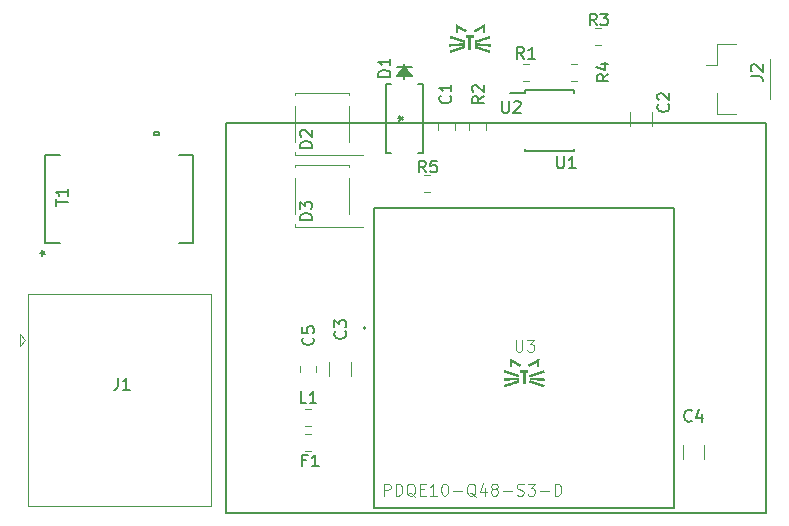
<source format=gbr>
G04 #@! TF.GenerationSoftware,KiCad,Pcbnew,(5.0.0)*
G04 #@! TF.CreationDate,2019-03-29T23:21:28-04:00*
G04 #@! TF.ProjectId,PoEShield,506F45536869656C642E6B696361645F,rev?*
G04 #@! TF.SameCoordinates,Original*
G04 #@! TF.FileFunction,Legend,Top*
G04 #@! TF.FilePolarity,Positive*
%FSLAX46Y46*%
G04 Gerber Fmt 4.6, Leading zero omitted, Abs format (unit mm)*
G04 Created by KiCad (PCBNEW (5.0.0)) date 03/29/19 23:21:28*
%MOMM*%
%LPD*%
G01*
G04 APERTURE LIST*
%ADD10C,0.127000*%
%ADD11C,0.200000*%
%ADD12C,0.152400*%
%ADD13C,0.120000*%
%ADD14C,0.010000*%
%ADD15C,0.150000*%
%ADD16C,0.050000*%
G04 APERTURE END LIST*
D10*
G04 #@! TO.C,U3*
X151485600Y-111810800D02*
X126085600Y-111810800D01*
X126085600Y-111810800D02*
X126085600Y-86410800D01*
X126085600Y-86410800D02*
X151485600Y-86410800D01*
X151485600Y-86410800D02*
X151485600Y-111810800D01*
D11*
X125385600Y-96510800D02*
G75*
G03X125385600Y-96510800I-100000J0D01*
G01*
D12*
G04 #@! TO.C,T1*
X107505500Y-80225900D02*
X107505500Y-79971900D01*
X107886500Y-80225900D02*
X107505500Y-80225900D01*
X107886500Y-79971900D02*
X107886500Y-80225900D01*
X107505500Y-79971900D02*
X107886500Y-79971900D01*
X99463860Y-81851500D02*
X98234500Y-81851500D01*
X109578140Y-89344500D02*
X110807500Y-89344500D01*
X98234500Y-89344500D02*
X99463860Y-89344500D01*
X98234500Y-81851500D02*
X98234500Y-89344500D01*
X110807500Y-81851500D02*
X109578140Y-81851500D01*
X110807500Y-89344500D02*
X110807500Y-81851500D01*
D13*
G04 #@! TO.C,J1*
X96761000Y-93656000D02*
X96761000Y-111616000D01*
X112281000Y-93656000D02*
X96761000Y-93656000D01*
X112281000Y-93656000D02*
X112281000Y-111616000D01*
X96761000Y-111616000D02*
X112281000Y-111616000D01*
X96576000Y-97536000D02*
X96076000Y-97036000D01*
X96076000Y-97036000D02*
X96076000Y-98036000D01*
X96076000Y-98036000D02*
X96576000Y-97536000D01*
D14*
G04 #@! TO.C,G\002A\002A\002A*
G36*
X139283186Y-100977382D02*
X139286910Y-100978522D01*
X139295649Y-100981291D01*
X139309104Y-100985593D01*
X139326975Y-100991331D01*
X139348965Y-100998407D01*
X139374772Y-101006725D01*
X139404099Y-101016188D01*
X139436647Y-101026699D01*
X139472116Y-101038160D01*
X139510208Y-101050476D01*
X139550623Y-101063549D01*
X139593062Y-101077282D01*
X139637227Y-101091578D01*
X139682818Y-101106340D01*
X139729537Y-101121472D01*
X139777084Y-101136876D01*
X139825160Y-101152456D01*
X139873466Y-101168114D01*
X139921704Y-101183754D01*
X139969574Y-101199278D01*
X140016777Y-101214590D01*
X140063014Y-101229593D01*
X140107987Y-101244190D01*
X140151395Y-101258283D01*
X140192941Y-101271777D01*
X140232324Y-101284574D01*
X140269247Y-101296576D01*
X140303410Y-101307688D01*
X140334513Y-101317813D01*
X140362259Y-101326852D01*
X140386347Y-101334710D01*
X140406480Y-101341289D01*
X140422357Y-101346493D01*
X140433680Y-101350224D01*
X140440150Y-101352386D01*
X140441637Y-101352918D01*
X140441195Y-101355837D01*
X140439264Y-101363133D01*
X140436154Y-101373831D01*
X140432173Y-101386957D01*
X140427632Y-101401539D01*
X140422840Y-101416601D01*
X140418106Y-101431171D01*
X140413740Y-101444274D01*
X140410052Y-101454936D01*
X140407351Y-101462184D01*
X140406008Y-101464996D01*
X140403185Y-101464319D01*
X140395238Y-101461978D01*
X140382414Y-101458051D01*
X140364957Y-101452616D01*
X140343114Y-101445753D01*
X140317130Y-101437540D01*
X140287251Y-101428054D01*
X140253722Y-101417374D01*
X140216788Y-101405580D01*
X140176696Y-101392748D01*
X140133690Y-101378959D01*
X140088017Y-101364289D01*
X140039922Y-101348818D01*
X139989650Y-101332623D01*
X139937447Y-101315784D01*
X139883558Y-101298379D01*
X139828229Y-101280486D01*
X139824178Y-101279175D01*
X139768745Y-101261229D01*
X139714736Y-101243733D01*
X139662396Y-101226766D01*
X139611972Y-101210409D01*
X139563708Y-101194741D01*
X139517850Y-101179842D01*
X139474645Y-101165793D01*
X139434337Y-101152674D01*
X139397172Y-101140564D01*
X139363397Y-101129544D01*
X139333256Y-101119694D01*
X139306995Y-101111094D01*
X139284860Y-101103823D01*
X139267096Y-101097963D01*
X139253950Y-101093592D01*
X139245666Y-101090791D01*
X139242491Y-101089640D01*
X139242466Y-101089623D01*
X139242776Y-101086504D01*
X139244639Y-101078848D01*
X139247822Y-101067475D01*
X139252095Y-101053204D01*
X139257224Y-101036853D01*
X139258863Y-101031764D01*
X139264958Y-101013059D01*
X139269647Y-100999081D01*
X139273223Y-100989176D01*
X139275979Y-100982688D01*
X139278208Y-100978963D01*
X139280203Y-100977346D01*
X139282256Y-100977181D01*
X139283186Y-100977382D01*
X139283186Y-100977382D01*
G37*
X139283186Y-100977382D02*
X139286910Y-100978522D01*
X139295649Y-100981291D01*
X139309104Y-100985593D01*
X139326975Y-100991331D01*
X139348965Y-100998407D01*
X139374772Y-101006725D01*
X139404099Y-101016188D01*
X139436647Y-101026699D01*
X139472116Y-101038160D01*
X139510208Y-101050476D01*
X139550623Y-101063549D01*
X139593062Y-101077282D01*
X139637227Y-101091578D01*
X139682818Y-101106340D01*
X139729537Y-101121472D01*
X139777084Y-101136876D01*
X139825160Y-101152456D01*
X139873466Y-101168114D01*
X139921704Y-101183754D01*
X139969574Y-101199278D01*
X140016777Y-101214590D01*
X140063014Y-101229593D01*
X140107987Y-101244190D01*
X140151395Y-101258283D01*
X140192941Y-101271777D01*
X140232324Y-101284574D01*
X140269247Y-101296576D01*
X140303410Y-101307688D01*
X140334513Y-101317813D01*
X140362259Y-101326852D01*
X140386347Y-101334710D01*
X140406480Y-101341289D01*
X140422357Y-101346493D01*
X140433680Y-101350224D01*
X140440150Y-101352386D01*
X140441637Y-101352918D01*
X140441195Y-101355837D01*
X140439264Y-101363133D01*
X140436154Y-101373831D01*
X140432173Y-101386957D01*
X140427632Y-101401539D01*
X140422840Y-101416601D01*
X140418106Y-101431171D01*
X140413740Y-101444274D01*
X140410052Y-101454936D01*
X140407351Y-101462184D01*
X140406008Y-101464996D01*
X140403185Y-101464319D01*
X140395238Y-101461978D01*
X140382414Y-101458051D01*
X140364957Y-101452616D01*
X140343114Y-101445753D01*
X140317130Y-101437540D01*
X140287251Y-101428054D01*
X140253722Y-101417374D01*
X140216788Y-101405580D01*
X140176696Y-101392748D01*
X140133690Y-101378959D01*
X140088017Y-101364289D01*
X140039922Y-101348818D01*
X139989650Y-101332623D01*
X139937447Y-101315784D01*
X139883558Y-101298379D01*
X139828229Y-101280486D01*
X139824178Y-101279175D01*
X139768745Y-101261229D01*
X139714736Y-101243733D01*
X139662396Y-101226766D01*
X139611972Y-101210409D01*
X139563708Y-101194741D01*
X139517850Y-101179842D01*
X139474645Y-101165793D01*
X139434337Y-101152674D01*
X139397172Y-101140564D01*
X139363397Y-101129544D01*
X139333256Y-101119694D01*
X139306995Y-101111094D01*
X139284860Y-101103823D01*
X139267096Y-101097963D01*
X139253950Y-101093592D01*
X139245666Y-101090791D01*
X139242491Y-101089640D01*
X139242466Y-101089623D01*
X139242776Y-101086504D01*
X139244639Y-101078848D01*
X139247822Y-101067475D01*
X139252095Y-101053204D01*
X139257224Y-101036853D01*
X139258863Y-101031764D01*
X139264958Y-101013059D01*
X139269647Y-100999081D01*
X139273223Y-100989176D01*
X139275979Y-100982688D01*
X139278208Y-100978963D01*
X139280203Y-100977346D01*
X139282256Y-100977181D01*
X139283186Y-100977382D01*
G36*
X138271529Y-100970353D02*
X138274133Y-100977310D01*
X138277811Y-100987739D01*
X138282247Y-101000687D01*
X138287127Y-101015201D01*
X138292135Y-101030329D01*
X138296957Y-101045115D01*
X138301278Y-101058609D01*
X138304781Y-101069855D01*
X138307153Y-101077901D01*
X138308078Y-101081794D01*
X138308050Y-101082004D01*
X138305326Y-101082914D01*
X138297477Y-101085481D01*
X138284749Y-101089625D01*
X138267386Y-101095267D01*
X138245634Y-101102326D01*
X138219738Y-101110724D01*
X138189945Y-101120381D01*
X138156499Y-101131217D01*
X138119646Y-101143154D01*
X138079632Y-101156111D01*
X138036702Y-101170009D01*
X137991101Y-101184768D01*
X137943076Y-101200309D01*
X137892870Y-101216553D01*
X137840731Y-101233419D01*
X137786903Y-101250829D01*
X137731632Y-101268703D01*
X137729059Y-101269535D01*
X137673682Y-101287443D01*
X137619711Y-101304898D01*
X137567394Y-101321820D01*
X137516978Y-101338130D01*
X137468710Y-101353747D01*
X137422837Y-101368590D01*
X137379607Y-101382581D01*
X137339267Y-101395639D01*
X137302063Y-101407684D01*
X137268244Y-101418636D01*
X137238056Y-101428415D01*
X137211747Y-101436941D01*
X137189563Y-101444133D01*
X137171753Y-101449913D01*
X137158563Y-101454199D01*
X137150240Y-101456912D01*
X137147032Y-101457972D01*
X137147015Y-101457978D01*
X137143116Y-101456841D01*
X137140565Y-101452677D01*
X137138120Y-101445787D01*
X137134655Y-101435417D01*
X137130476Y-101422545D01*
X137125888Y-101408149D01*
X137121196Y-101393209D01*
X137116704Y-101378704D01*
X137112719Y-101365610D01*
X137109545Y-101354908D01*
X137107488Y-101347577D01*
X137106852Y-101344593D01*
X137106861Y-101344577D01*
X137109583Y-101343639D01*
X137117378Y-101341061D01*
X137129947Y-101336941D01*
X137146992Y-101331374D01*
X137168214Y-101324458D01*
X137193316Y-101316289D01*
X137221998Y-101306963D01*
X137253963Y-101296578D01*
X137288911Y-101285230D01*
X137326545Y-101273016D01*
X137366567Y-101260031D01*
X137408678Y-101246374D01*
X137452579Y-101232140D01*
X137497972Y-101217425D01*
X137544560Y-101202328D01*
X137592043Y-101186943D01*
X137640123Y-101171369D01*
X137688502Y-101155701D01*
X137736882Y-101140036D01*
X137784964Y-101124471D01*
X137832450Y-101109102D01*
X137879041Y-101094026D01*
X137924439Y-101079340D01*
X137968346Y-101065139D01*
X138010464Y-101051522D01*
X138050493Y-101038584D01*
X138088137Y-101026421D01*
X138123095Y-101015132D01*
X138155071Y-101004811D01*
X138183765Y-100995557D01*
X138208880Y-100987465D01*
X138230116Y-100980632D01*
X138247177Y-100975154D01*
X138259762Y-100971129D01*
X138267574Y-100968653D01*
X138270313Y-100967822D01*
X138271529Y-100970353D01*
X138271529Y-100970353D01*
G37*
X138271529Y-100970353D02*
X138274133Y-100977310D01*
X138277811Y-100987739D01*
X138282247Y-101000687D01*
X138287127Y-101015201D01*
X138292135Y-101030329D01*
X138296957Y-101045115D01*
X138301278Y-101058609D01*
X138304781Y-101069855D01*
X138307153Y-101077901D01*
X138308078Y-101081794D01*
X138308050Y-101082004D01*
X138305326Y-101082914D01*
X138297477Y-101085481D01*
X138284749Y-101089625D01*
X138267386Y-101095267D01*
X138245634Y-101102326D01*
X138219738Y-101110724D01*
X138189945Y-101120381D01*
X138156499Y-101131217D01*
X138119646Y-101143154D01*
X138079632Y-101156111D01*
X138036702Y-101170009D01*
X137991101Y-101184768D01*
X137943076Y-101200309D01*
X137892870Y-101216553D01*
X137840731Y-101233419D01*
X137786903Y-101250829D01*
X137731632Y-101268703D01*
X137729059Y-101269535D01*
X137673682Y-101287443D01*
X137619711Y-101304898D01*
X137567394Y-101321820D01*
X137516978Y-101338130D01*
X137468710Y-101353747D01*
X137422837Y-101368590D01*
X137379607Y-101382581D01*
X137339267Y-101395639D01*
X137302063Y-101407684D01*
X137268244Y-101418636D01*
X137238056Y-101428415D01*
X137211747Y-101436941D01*
X137189563Y-101444133D01*
X137171753Y-101449913D01*
X137158563Y-101454199D01*
X137150240Y-101456912D01*
X137147032Y-101457972D01*
X137147015Y-101457978D01*
X137143116Y-101456841D01*
X137140565Y-101452677D01*
X137138120Y-101445787D01*
X137134655Y-101435417D01*
X137130476Y-101422545D01*
X137125888Y-101408149D01*
X137121196Y-101393209D01*
X137116704Y-101378704D01*
X137112719Y-101365610D01*
X137109545Y-101354908D01*
X137107488Y-101347577D01*
X137106852Y-101344593D01*
X137106861Y-101344577D01*
X137109583Y-101343639D01*
X137117378Y-101341061D01*
X137129947Y-101336941D01*
X137146992Y-101331374D01*
X137168214Y-101324458D01*
X137193316Y-101316289D01*
X137221998Y-101306963D01*
X137253963Y-101296578D01*
X137288911Y-101285230D01*
X137326545Y-101273016D01*
X137366567Y-101260031D01*
X137408678Y-101246374D01*
X137452579Y-101232140D01*
X137497972Y-101217425D01*
X137544560Y-101202328D01*
X137592043Y-101186943D01*
X137640123Y-101171369D01*
X137688502Y-101155701D01*
X137736882Y-101140036D01*
X137784964Y-101124471D01*
X137832450Y-101109102D01*
X137879041Y-101094026D01*
X137924439Y-101079340D01*
X137968346Y-101065139D01*
X138010464Y-101051522D01*
X138050493Y-101038584D01*
X138088137Y-101026421D01*
X138123095Y-101015132D01*
X138155071Y-101004811D01*
X138183765Y-100995557D01*
X138208880Y-100987465D01*
X138230116Y-100980632D01*
X138247177Y-100975154D01*
X138259762Y-100971129D01*
X138267574Y-100968653D01*
X138270313Y-100967822D01*
X138271529Y-100970353D01*
G36*
X139039600Y-100225578D02*
X138850511Y-100225578D01*
X138850511Y-101219000D01*
X138664245Y-101219000D01*
X138664245Y-100225578D01*
X138475156Y-100225578D01*
X138475156Y-100056245D01*
X139039600Y-100056245D01*
X139039600Y-100225578D01*
X139039600Y-100225578D01*
G37*
X139039600Y-100225578D02*
X138850511Y-100225578D01*
X138850511Y-101219000D01*
X138664245Y-101219000D01*
X138664245Y-100225578D01*
X138475156Y-100225578D01*
X138475156Y-100056245D01*
X139039600Y-100056245D01*
X139039600Y-100225578D01*
G36*
X139278309Y-100736853D02*
X139286477Y-100737315D01*
X139299647Y-100738122D01*
X139317505Y-100739254D01*
X139339737Y-100740688D01*
X139366028Y-100742405D01*
X139396064Y-100744381D01*
X139429531Y-100746597D01*
X139466114Y-100749030D01*
X139505499Y-100751659D01*
X139547372Y-100754463D01*
X139591418Y-100757420D01*
X139637323Y-100760509D01*
X139684772Y-100763709D01*
X139733452Y-100766999D01*
X139783048Y-100770356D01*
X139833245Y-100773760D01*
X139883729Y-100777189D01*
X139934186Y-100780622D01*
X139984302Y-100784038D01*
X140033762Y-100787414D01*
X140082252Y-100790731D01*
X140129457Y-100793965D01*
X140175063Y-100797097D01*
X140218756Y-100800105D01*
X140260222Y-100802966D01*
X140299145Y-100805661D01*
X140335212Y-100808167D01*
X140368109Y-100810464D01*
X140397521Y-100812529D01*
X140423133Y-100814342D01*
X140444632Y-100815880D01*
X140461703Y-100817124D01*
X140474032Y-100818051D01*
X140481304Y-100818640D01*
X140483273Y-100818856D01*
X140483317Y-100821785D01*
X140482977Y-100829449D01*
X140482305Y-100840956D01*
X140481354Y-100855413D01*
X140480180Y-100871867D01*
X140478944Y-100888857D01*
X140477860Y-100904242D01*
X140476998Y-100917002D01*
X140476427Y-100926112D01*
X140476217Y-100930428D01*
X140475769Y-100933790D01*
X140473730Y-100935658D01*
X140468848Y-100936423D01*
X140459869Y-100936479D01*
X140457061Y-100936432D01*
X140452407Y-100936205D01*
X140442394Y-100935605D01*
X140427297Y-100934651D01*
X140407389Y-100933360D01*
X140382942Y-100931752D01*
X140354231Y-100929845D01*
X140321527Y-100927657D01*
X140285105Y-100925206D01*
X140245238Y-100922512D01*
X140202198Y-100919592D01*
X140156259Y-100916465D01*
X140107693Y-100913150D01*
X140056775Y-100909665D01*
X140003778Y-100906028D01*
X139948973Y-100902258D01*
X139892636Y-100898373D01*
X139853811Y-100895691D01*
X139796864Y-100891753D01*
X139741417Y-100887918D01*
X139687734Y-100884204D01*
X139636075Y-100880630D01*
X139586705Y-100877213D01*
X139539886Y-100873972D01*
X139495879Y-100870925D01*
X139454949Y-100868090D01*
X139417357Y-100865485D01*
X139383365Y-100863129D01*
X139353238Y-100861040D01*
X139327236Y-100859236D01*
X139305623Y-100857734D01*
X139288660Y-100856554D01*
X139276612Y-100855714D01*
X139269740Y-100855231D01*
X139268142Y-100855115D01*
X139267928Y-100852417D01*
X139268074Y-100845094D01*
X139268520Y-100834153D01*
X139269202Y-100820596D01*
X139270060Y-100805429D01*
X139271030Y-100789657D01*
X139272051Y-100774283D01*
X139273060Y-100760312D01*
X139273996Y-100748750D01*
X139274796Y-100740599D01*
X139275398Y-100736866D01*
X139275458Y-100736759D01*
X139278309Y-100736853D01*
X139278309Y-100736853D01*
G37*
X139278309Y-100736853D02*
X139286477Y-100737315D01*
X139299647Y-100738122D01*
X139317505Y-100739254D01*
X139339737Y-100740688D01*
X139366028Y-100742405D01*
X139396064Y-100744381D01*
X139429531Y-100746597D01*
X139466114Y-100749030D01*
X139505499Y-100751659D01*
X139547372Y-100754463D01*
X139591418Y-100757420D01*
X139637323Y-100760509D01*
X139684772Y-100763709D01*
X139733452Y-100766999D01*
X139783048Y-100770356D01*
X139833245Y-100773760D01*
X139883729Y-100777189D01*
X139934186Y-100780622D01*
X139984302Y-100784038D01*
X140033762Y-100787414D01*
X140082252Y-100790731D01*
X140129457Y-100793965D01*
X140175063Y-100797097D01*
X140218756Y-100800105D01*
X140260222Y-100802966D01*
X140299145Y-100805661D01*
X140335212Y-100808167D01*
X140368109Y-100810464D01*
X140397521Y-100812529D01*
X140423133Y-100814342D01*
X140444632Y-100815880D01*
X140461703Y-100817124D01*
X140474032Y-100818051D01*
X140481304Y-100818640D01*
X140483273Y-100818856D01*
X140483317Y-100821785D01*
X140482977Y-100829449D01*
X140482305Y-100840956D01*
X140481354Y-100855413D01*
X140480180Y-100871867D01*
X140478944Y-100888857D01*
X140477860Y-100904242D01*
X140476998Y-100917002D01*
X140476427Y-100926112D01*
X140476217Y-100930428D01*
X140475769Y-100933790D01*
X140473730Y-100935658D01*
X140468848Y-100936423D01*
X140459869Y-100936479D01*
X140457061Y-100936432D01*
X140452407Y-100936205D01*
X140442394Y-100935605D01*
X140427297Y-100934651D01*
X140407389Y-100933360D01*
X140382942Y-100931752D01*
X140354231Y-100929845D01*
X140321527Y-100927657D01*
X140285105Y-100925206D01*
X140245238Y-100922512D01*
X140202198Y-100919592D01*
X140156259Y-100916465D01*
X140107693Y-100913150D01*
X140056775Y-100909665D01*
X140003778Y-100906028D01*
X139948973Y-100902258D01*
X139892636Y-100898373D01*
X139853811Y-100895691D01*
X139796864Y-100891753D01*
X139741417Y-100887918D01*
X139687734Y-100884204D01*
X139636075Y-100880630D01*
X139586705Y-100877213D01*
X139539886Y-100873972D01*
X139495879Y-100870925D01*
X139454949Y-100868090D01*
X139417357Y-100865485D01*
X139383365Y-100863129D01*
X139353238Y-100861040D01*
X139327236Y-100859236D01*
X139305623Y-100857734D01*
X139288660Y-100856554D01*
X139276612Y-100855714D01*
X139269740Y-100855231D01*
X139268142Y-100855115D01*
X139267928Y-100852417D01*
X139268074Y-100845094D01*
X139268520Y-100834153D01*
X139269202Y-100820596D01*
X139270060Y-100805429D01*
X139271030Y-100789657D01*
X139272051Y-100774283D01*
X139273060Y-100760312D01*
X139273996Y-100748750D01*
X139274796Y-100740599D01*
X139275398Y-100736866D01*
X139275458Y-100736759D01*
X139278309Y-100736853D01*
G36*
X138273882Y-100731414D02*
X138274642Y-100739027D01*
X138275586Y-100750226D01*
X138276645Y-100763989D01*
X138277749Y-100779293D01*
X138278827Y-100795115D01*
X138279811Y-100810431D01*
X138280630Y-100824219D01*
X138281215Y-100835455D01*
X138281496Y-100843117D01*
X138281403Y-100846181D01*
X138281402Y-100846183D01*
X138278552Y-100846481D01*
X138270386Y-100847137D01*
X138257220Y-100848131D01*
X138239371Y-100849440D01*
X138217155Y-100851043D01*
X138190886Y-100852918D01*
X138160882Y-100855044D01*
X138127458Y-100857398D01*
X138090930Y-100859959D01*
X138051614Y-100862706D01*
X138009826Y-100865616D01*
X137965883Y-100868668D01*
X137920099Y-100871841D01*
X137872791Y-100875112D01*
X137824276Y-100878460D01*
X137774868Y-100881864D01*
X137724884Y-100885301D01*
X137674641Y-100888750D01*
X137624453Y-100892189D01*
X137574637Y-100895597D01*
X137525508Y-100898951D01*
X137477384Y-100902231D01*
X137430579Y-100905414D01*
X137385410Y-100908479D01*
X137342193Y-100911404D01*
X137301243Y-100914168D01*
X137262877Y-100916748D01*
X137227411Y-100919124D01*
X137195160Y-100921272D01*
X137166441Y-100923173D01*
X137141569Y-100924803D01*
X137120861Y-100926142D01*
X137104632Y-100927168D01*
X137093199Y-100927858D01*
X137086877Y-100928192D01*
X137085917Y-100928221D01*
X137077832Y-100928079D01*
X137073878Y-100926834D01*
X137072542Y-100923473D01*
X137072351Y-100919139D01*
X137072092Y-100913339D01*
X137071474Y-100903047D01*
X137070573Y-100889399D01*
X137069462Y-100873530D01*
X137068516Y-100860578D01*
X137067354Y-100844552D01*
X137066403Y-100830618D01*
X137065720Y-100819693D01*
X137065362Y-100812692D01*
X137065360Y-100810507D01*
X137068197Y-100810225D01*
X137076352Y-100809586D01*
X137089510Y-100808613D01*
X137107357Y-100807326D01*
X137129579Y-100805747D01*
X137155860Y-100803897D01*
X137185888Y-100801797D01*
X137219347Y-100799470D01*
X137255924Y-100796936D01*
X137295303Y-100794216D01*
X137337171Y-100791333D01*
X137381214Y-100788307D01*
X137427116Y-100785159D01*
X137474564Y-100781912D01*
X137523244Y-100778586D01*
X137572840Y-100775204D01*
X137623039Y-100771785D01*
X137673527Y-100768352D01*
X137723989Y-100764925D01*
X137774111Y-100761527D01*
X137823578Y-100758179D01*
X137872076Y-100754901D01*
X137919292Y-100751716D01*
X137964909Y-100748645D01*
X138008615Y-100745708D01*
X138050095Y-100742928D01*
X138089035Y-100740326D01*
X138125120Y-100737923D01*
X138158035Y-100735741D01*
X138187468Y-100733800D01*
X138213103Y-100732123D01*
X138234626Y-100730730D01*
X138251722Y-100729643D01*
X138264078Y-100728884D01*
X138271379Y-100728473D01*
X138273375Y-100728412D01*
X138273882Y-100731414D01*
X138273882Y-100731414D01*
G37*
X138273882Y-100731414D02*
X138274642Y-100739027D01*
X138275586Y-100750226D01*
X138276645Y-100763989D01*
X138277749Y-100779293D01*
X138278827Y-100795115D01*
X138279811Y-100810431D01*
X138280630Y-100824219D01*
X138281215Y-100835455D01*
X138281496Y-100843117D01*
X138281403Y-100846181D01*
X138281402Y-100846183D01*
X138278552Y-100846481D01*
X138270386Y-100847137D01*
X138257220Y-100848131D01*
X138239371Y-100849440D01*
X138217155Y-100851043D01*
X138190886Y-100852918D01*
X138160882Y-100855044D01*
X138127458Y-100857398D01*
X138090930Y-100859959D01*
X138051614Y-100862706D01*
X138009826Y-100865616D01*
X137965883Y-100868668D01*
X137920099Y-100871841D01*
X137872791Y-100875112D01*
X137824276Y-100878460D01*
X137774868Y-100881864D01*
X137724884Y-100885301D01*
X137674641Y-100888750D01*
X137624453Y-100892189D01*
X137574637Y-100895597D01*
X137525508Y-100898951D01*
X137477384Y-100902231D01*
X137430579Y-100905414D01*
X137385410Y-100908479D01*
X137342193Y-100911404D01*
X137301243Y-100914168D01*
X137262877Y-100916748D01*
X137227411Y-100919124D01*
X137195160Y-100921272D01*
X137166441Y-100923173D01*
X137141569Y-100924803D01*
X137120861Y-100926142D01*
X137104632Y-100927168D01*
X137093199Y-100927858D01*
X137086877Y-100928192D01*
X137085917Y-100928221D01*
X137077832Y-100928079D01*
X137073878Y-100926834D01*
X137072542Y-100923473D01*
X137072351Y-100919139D01*
X137072092Y-100913339D01*
X137071474Y-100903047D01*
X137070573Y-100889399D01*
X137069462Y-100873530D01*
X137068516Y-100860578D01*
X137067354Y-100844552D01*
X137066403Y-100830618D01*
X137065720Y-100819693D01*
X137065362Y-100812692D01*
X137065360Y-100810507D01*
X137068197Y-100810225D01*
X137076352Y-100809586D01*
X137089510Y-100808613D01*
X137107357Y-100807326D01*
X137129579Y-100805747D01*
X137155860Y-100803897D01*
X137185888Y-100801797D01*
X137219347Y-100799470D01*
X137255924Y-100796936D01*
X137295303Y-100794216D01*
X137337171Y-100791333D01*
X137381214Y-100788307D01*
X137427116Y-100785159D01*
X137474564Y-100781912D01*
X137523244Y-100778586D01*
X137572840Y-100775204D01*
X137623039Y-100771785D01*
X137673527Y-100768352D01*
X137723989Y-100764925D01*
X137774111Y-100761527D01*
X137823578Y-100758179D01*
X137872076Y-100754901D01*
X137919292Y-100751716D01*
X137964909Y-100748645D01*
X138008615Y-100745708D01*
X138050095Y-100742928D01*
X138089035Y-100740326D01*
X138125120Y-100737923D01*
X138158035Y-100735741D01*
X138187468Y-100733800D01*
X138213103Y-100732123D01*
X138234626Y-100730730D01*
X138251722Y-100729643D01*
X138264078Y-100728884D01*
X138271379Y-100728473D01*
X138273375Y-100728412D01*
X138273882Y-100731414D01*
G36*
X140410305Y-100130608D02*
X140411934Y-100133992D01*
X140414797Y-100141671D01*
X140418586Y-100152669D01*
X140422995Y-100166009D01*
X140427719Y-100180717D01*
X140432450Y-100195815D01*
X140436883Y-100210329D01*
X140440711Y-100223281D01*
X140443628Y-100233697D01*
X140445328Y-100240599D01*
X140445572Y-100242994D01*
X140442816Y-100243966D01*
X140434988Y-100246578D01*
X140422385Y-100250735D01*
X140405305Y-100256339D01*
X140384046Y-100263294D01*
X140358906Y-100271504D01*
X140330183Y-100280871D01*
X140298175Y-100291300D01*
X140263179Y-100302693D01*
X140225494Y-100314954D01*
X140185417Y-100327986D01*
X140143246Y-100341693D01*
X140099279Y-100355978D01*
X140053814Y-100370744D01*
X140007149Y-100385896D01*
X139959582Y-100401335D01*
X139911409Y-100416966D01*
X139862931Y-100432692D01*
X139814443Y-100448417D01*
X139766245Y-100464043D01*
X139718633Y-100479474D01*
X139671906Y-100494614D01*
X139626362Y-100509366D01*
X139582299Y-100523633D01*
X139540014Y-100537319D01*
X139499805Y-100550326D01*
X139461970Y-100562559D01*
X139426808Y-100573921D01*
X139394615Y-100584315D01*
X139365690Y-100593645D01*
X139340330Y-100601814D01*
X139318834Y-100608725D01*
X139301500Y-100614281D01*
X139288624Y-100618387D01*
X139280506Y-100620945D01*
X139278078Y-100621687D01*
X139276058Y-100621832D01*
X139274103Y-100620577D01*
X139271931Y-100617274D01*
X139269262Y-100611277D01*
X139265813Y-100601940D01*
X139261303Y-100588617D01*
X139255450Y-100570661D01*
X139254279Y-100567030D01*
X139248940Y-100550197D01*
X139244362Y-100535232D01*
X139240779Y-100522945D01*
X139238423Y-100514146D01*
X139237531Y-100509646D01*
X139237588Y-100509250D01*
X139240446Y-100508177D01*
X139248371Y-100505478D01*
X139261064Y-100501247D01*
X139278228Y-100495581D01*
X139299567Y-100488576D01*
X139324782Y-100480328D01*
X139353578Y-100470932D01*
X139385656Y-100460485D01*
X139420720Y-100449082D01*
X139458472Y-100436820D01*
X139498616Y-100423794D01*
X139540854Y-100410101D01*
X139584889Y-100395836D01*
X139630424Y-100381095D01*
X139677162Y-100365974D01*
X139724805Y-100350570D01*
X139773057Y-100334977D01*
X139821620Y-100319292D01*
X139870197Y-100303612D01*
X139918492Y-100288031D01*
X139966206Y-100272646D01*
X140013043Y-100257553D01*
X140058706Y-100242847D01*
X140102897Y-100228625D01*
X140145320Y-100214983D01*
X140185677Y-100202016D01*
X140223671Y-100189820D01*
X140259005Y-100178492D01*
X140291381Y-100168128D01*
X140320503Y-100158822D01*
X140346074Y-100150672D01*
X140367796Y-100143773D01*
X140385372Y-100138221D01*
X140398506Y-100134112D01*
X140406899Y-100131542D01*
X140410255Y-100130607D01*
X140410305Y-100130608D01*
X140410305Y-100130608D01*
G37*
X140410305Y-100130608D02*
X140411934Y-100133992D01*
X140414797Y-100141671D01*
X140418586Y-100152669D01*
X140422995Y-100166009D01*
X140427719Y-100180717D01*
X140432450Y-100195815D01*
X140436883Y-100210329D01*
X140440711Y-100223281D01*
X140443628Y-100233697D01*
X140445328Y-100240599D01*
X140445572Y-100242994D01*
X140442816Y-100243966D01*
X140434988Y-100246578D01*
X140422385Y-100250735D01*
X140405305Y-100256339D01*
X140384046Y-100263294D01*
X140358906Y-100271504D01*
X140330183Y-100280871D01*
X140298175Y-100291300D01*
X140263179Y-100302693D01*
X140225494Y-100314954D01*
X140185417Y-100327986D01*
X140143246Y-100341693D01*
X140099279Y-100355978D01*
X140053814Y-100370744D01*
X140007149Y-100385896D01*
X139959582Y-100401335D01*
X139911409Y-100416966D01*
X139862931Y-100432692D01*
X139814443Y-100448417D01*
X139766245Y-100464043D01*
X139718633Y-100479474D01*
X139671906Y-100494614D01*
X139626362Y-100509366D01*
X139582299Y-100523633D01*
X139540014Y-100537319D01*
X139499805Y-100550326D01*
X139461970Y-100562559D01*
X139426808Y-100573921D01*
X139394615Y-100584315D01*
X139365690Y-100593645D01*
X139340330Y-100601814D01*
X139318834Y-100608725D01*
X139301500Y-100614281D01*
X139288624Y-100618387D01*
X139280506Y-100620945D01*
X139278078Y-100621687D01*
X139276058Y-100621832D01*
X139274103Y-100620577D01*
X139271931Y-100617274D01*
X139269262Y-100611277D01*
X139265813Y-100601940D01*
X139261303Y-100588617D01*
X139255450Y-100570661D01*
X139254279Y-100567030D01*
X139248940Y-100550197D01*
X139244362Y-100535232D01*
X139240779Y-100522945D01*
X139238423Y-100514146D01*
X139237531Y-100509646D01*
X139237588Y-100509250D01*
X139240446Y-100508177D01*
X139248371Y-100505478D01*
X139261064Y-100501247D01*
X139278228Y-100495581D01*
X139299567Y-100488576D01*
X139324782Y-100480328D01*
X139353578Y-100470932D01*
X139385656Y-100460485D01*
X139420720Y-100449082D01*
X139458472Y-100436820D01*
X139498616Y-100423794D01*
X139540854Y-100410101D01*
X139584889Y-100395836D01*
X139630424Y-100381095D01*
X139677162Y-100365974D01*
X139724805Y-100350570D01*
X139773057Y-100334977D01*
X139821620Y-100319292D01*
X139870197Y-100303612D01*
X139918492Y-100288031D01*
X139966206Y-100272646D01*
X140013043Y-100257553D01*
X140058706Y-100242847D01*
X140102897Y-100228625D01*
X140145320Y-100214983D01*
X140185677Y-100202016D01*
X140223671Y-100189820D01*
X140259005Y-100178492D01*
X140291381Y-100168128D01*
X140320503Y-100158822D01*
X140346074Y-100150672D01*
X140367796Y-100143773D01*
X140385372Y-100138221D01*
X140398506Y-100134112D01*
X140406899Y-100131542D01*
X140410255Y-100130607D01*
X140410305Y-100130608D01*
G36*
X137141963Y-100122011D02*
X137149899Y-100124511D01*
X137162604Y-100128561D01*
X137179782Y-100134064D01*
X137201134Y-100140923D01*
X137226363Y-100149043D01*
X137255172Y-100158326D01*
X137287263Y-100168677D01*
X137322340Y-100180000D01*
X137360104Y-100192197D01*
X137400258Y-100205173D01*
X137442504Y-100218831D01*
X137486546Y-100233075D01*
X137532087Y-100247808D01*
X137578827Y-100262935D01*
X137626471Y-100278358D01*
X137674721Y-100293982D01*
X137723279Y-100309710D01*
X137771848Y-100325446D01*
X137820131Y-100341094D01*
X137867830Y-100356556D01*
X137914648Y-100371738D01*
X137960287Y-100386541D01*
X138004451Y-100400871D01*
X138046841Y-100414631D01*
X138087160Y-100427724D01*
X138125111Y-100440054D01*
X138160397Y-100451525D01*
X138192719Y-100462041D01*
X138221781Y-100471504D01*
X138247286Y-100479819D01*
X138268935Y-100486890D01*
X138286432Y-100492620D01*
X138299479Y-100496912D01*
X138307779Y-100499671D01*
X138311034Y-100500799D01*
X138311070Y-100500819D01*
X138310689Y-100503783D01*
X138308819Y-100511109D01*
X138305764Y-100521834D01*
X138301827Y-100535001D01*
X138297313Y-100549647D01*
X138292525Y-100564814D01*
X138287766Y-100579540D01*
X138283342Y-100592867D01*
X138279554Y-100603833D01*
X138276708Y-100611479D01*
X138275106Y-100614844D01*
X138274975Y-100614921D01*
X138272176Y-100614053D01*
X138264251Y-100611526D01*
X138251445Y-100607418D01*
X138234001Y-100601808D01*
X138212165Y-100594776D01*
X138186180Y-100586400D01*
X138156290Y-100576759D01*
X138122741Y-100565932D01*
X138085776Y-100553998D01*
X138045640Y-100541035D01*
X138002576Y-100527123D01*
X137956830Y-100512340D01*
X137908645Y-100496766D01*
X137858267Y-100480479D01*
X137805938Y-100463557D01*
X137751904Y-100446081D01*
X137696409Y-100428128D01*
X137687756Y-100425329D01*
X137632071Y-100407312D01*
X137577818Y-100389757D01*
X137525241Y-100372744D01*
X137474583Y-100356350D01*
X137426089Y-100340655D01*
X137380002Y-100325739D01*
X137336566Y-100311679D01*
X137296024Y-100298554D01*
X137258621Y-100286445D01*
X137224600Y-100275429D01*
X137194205Y-100265585D01*
X137167680Y-100256993D01*
X137145268Y-100249731D01*
X137127213Y-100243878D01*
X137113759Y-100239513D01*
X137105150Y-100236716D01*
X137101629Y-100235564D01*
X137101554Y-100235538D01*
X137102096Y-100232852D01*
X137104145Y-100225774D01*
X137107389Y-100215255D01*
X137111517Y-100202246D01*
X137116216Y-100187698D01*
X137121175Y-100172562D01*
X137126080Y-100157789D01*
X137130621Y-100144330D01*
X137134485Y-100133136D01*
X137137359Y-100125158D01*
X137138932Y-100121347D01*
X137139093Y-100121156D01*
X137141963Y-100122011D01*
X137141963Y-100122011D01*
G37*
X137141963Y-100122011D02*
X137149899Y-100124511D01*
X137162604Y-100128561D01*
X137179782Y-100134064D01*
X137201134Y-100140923D01*
X137226363Y-100149043D01*
X137255172Y-100158326D01*
X137287263Y-100168677D01*
X137322340Y-100180000D01*
X137360104Y-100192197D01*
X137400258Y-100205173D01*
X137442504Y-100218831D01*
X137486546Y-100233075D01*
X137532087Y-100247808D01*
X137578827Y-100262935D01*
X137626471Y-100278358D01*
X137674721Y-100293982D01*
X137723279Y-100309710D01*
X137771848Y-100325446D01*
X137820131Y-100341094D01*
X137867830Y-100356556D01*
X137914648Y-100371738D01*
X137960287Y-100386541D01*
X138004451Y-100400871D01*
X138046841Y-100414631D01*
X138087160Y-100427724D01*
X138125111Y-100440054D01*
X138160397Y-100451525D01*
X138192719Y-100462041D01*
X138221781Y-100471504D01*
X138247286Y-100479819D01*
X138268935Y-100486890D01*
X138286432Y-100492620D01*
X138299479Y-100496912D01*
X138307779Y-100499671D01*
X138311034Y-100500799D01*
X138311070Y-100500819D01*
X138310689Y-100503783D01*
X138308819Y-100511109D01*
X138305764Y-100521834D01*
X138301827Y-100535001D01*
X138297313Y-100549647D01*
X138292525Y-100564814D01*
X138287766Y-100579540D01*
X138283342Y-100592867D01*
X138279554Y-100603833D01*
X138276708Y-100611479D01*
X138275106Y-100614844D01*
X138274975Y-100614921D01*
X138272176Y-100614053D01*
X138264251Y-100611526D01*
X138251445Y-100607418D01*
X138234001Y-100601808D01*
X138212165Y-100594776D01*
X138186180Y-100586400D01*
X138156290Y-100576759D01*
X138122741Y-100565932D01*
X138085776Y-100553998D01*
X138045640Y-100541035D01*
X138002576Y-100527123D01*
X137956830Y-100512340D01*
X137908645Y-100496766D01*
X137858267Y-100480479D01*
X137805938Y-100463557D01*
X137751904Y-100446081D01*
X137696409Y-100428128D01*
X137687756Y-100425329D01*
X137632071Y-100407312D01*
X137577818Y-100389757D01*
X137525241Y-100372744D01*
X137474583Y-100356350D01*
X137426089Y-100340655D01*
X137380002Y-100325739D01*
X137336566Y-100311679D01*
X137296024Y-100298554D01*
X137258621Y-100286445D01*
X137224600Y-100275429D01*
X137194205Y-100265585D01*
X137167680Y-100256993D01*
X137145268Y-100249731D01*
X137127213Y-100243878D01*
X137113759Y-100239513D01*
X137105150Y-100236716D01*
X137101629Y-100235564D01*
X137101554Y-100235538D01*
X137102096Y-100232852D01*
X137104145Y-100225774D01*
X137107389Y-100215255D01*
X137111517Y-100202246D01*
X137116216Y-100187698D01*
X137121175Y-100172562D01*
X137126080Y-100157789D01*
X137130621Y-100144330D01*
X137134485Y-100133136D01*
X137137359Y-100125158D01*
X137138932Y-100121347D01*
X137139093Y-100121156D01*
X137141963Y-100122011D01*
G36*
X137598408Y-99146514D02*
X137605627Y-99150198D01*
X137617099Y-99156256D01*
X137632482Y-99164505D01*
X137651436Y-99174758D01*
X137673623Y-99186831D01*
X137698701Y-99200538D01*
X137726330Y-99215694D01*
X137756172Y-99232115D01*
X137787885Y-99249614D01*
X137821129Y-99268007D01*
X137833727Y-99274988D01*
X137873228Y-99296887D01*
X137915437Y-99320278D01*
X137959531Y-99344706D01*
X138004688Y-99369716D01*
X138050087Y-99394854D01*
X138094906Y-99419664D01*
X138138324Y-99443692D01*
X138179518Y-99466482D01*
X138217668Y-99487581D01*
X138251950Y-99506532D01*
X138261376Y-99511741D01*
X138297639Y-99531800D01*
X138329231Y-99549331D01*
X138356439Y-99564500D01*
X138379549Y-99577475D01*
X138398850Y-99588423D01*
X138414629Y-99597511D01*
X138427173Y-99604907D01*
X138436768Y-99610778D01*
X138443704Y-99615292D01*
X138448266Y-99618616D01*
X138450742Y-99620917D01*
X138451419Y-99622362D01*
X138451405Y-99622441D01*
X138449722Y-99626410D01*
X138445737Y-99634453D01*
X138439897Y-99645712D01*
X138432645Y-99659331D01*
X138424429Y-99674452D01*
X138423885Y-99675442D01*
X138413552Y-99693906D01*
X138405472Y-99707543D01*
X138399471Y-99716622D01*
X138395372Y-99721412D01*
X138393311Y-99722329D01*
X138390375Y-99720855D01*
X138382793Y-99716800D01*
X138370854Y-99710322D01*
X138354846Y-99701579D01*
X138335059Y-99690732D01*
X138311780Y-99677939D01*
X138285299Y-99663359D01*
X138255904Y-99647151D01*
X138223884Y-99629474D01*
X138189527Y-99610487D01*
X138153122Y-99590349D01*
X138114958Y-99569218D01*
X138075323Y-99547255D01*
X138054917Y-99535941D01*
X138014716Y-99513659D01*
X137975878Y-99492161D01*
X137938689Y-99471604D01*
X137903434Y-99452143D01*
X137870398Y-99433935D01*
X137839867Y-99417137D01*
X137812125Y-99401905D01*
X137787458Y-99388396D01*
X137766151Y-99376766D01*
X137748489Y-99367171D01*
X137734757Y-99359768D01*
X137725240Y-99354714D01*
X137720224Y-99352166D01*
X137719489Y-99351882D01*
X137719322Y-99354841D01*
X137719270Y-99362903D01*
X137719325Y-99375525D01*
X137719477Y-99392167D01*
X137719716Y-99412287D01*
X137720033Y-99435345D01*
X137720420Y-99460798D01*
X137720865Y-99488106D01*
X137721360Y-99516728D01*
X137721896Y-99546122D01*
X137722462Y-99575747D01*
X137723050Y-99605062D01*
X137723651Y-99633526D01*
X137724254Y-99660598D01*
X137724850Y-99685736D01*
X137725430Y-99708400D01*
X137725984Y-99728047D01*
X137726117Y-99732395D01*
X137727847Y-99788134D01*
X137605911Y-99788134D01*
X137605921Y-99759206D01*
X137605866Y-99752369D01*
X137605703Y-99740311D01*
X137605440Y-99723454D01*
X137605085Y-99702221D01*
X137604645Y-99677034D01*
X137604128Y-99648315D01*
X137603542Y-99616486D01*
X137602894Y-99581970D01*
X137602192Y-99545189D01*
X137601444Y-99506565D01*
X137600657Y-99466520D01*
X137600102Y-99438588D01*
X137599315Y-99398499D01*
X137598589Y-99360011D01*
X137597927Y-99323498D01*
X137597337Y-99289333D01*
X137596823Y-99257891D01*
X137596390Y-99229546D01*
X137596045Y-99204671D01*
X137595793Y-99183642D01*
X137595639Y-99166832D01*
X137595589Y-99154614D01*
X137595649Y-99147364D01*
X137595780Y-99145391D01*
X137598408Y-99146514D01*
X137598408Y-99146514D01*
G37*
X137598408Y-99146514D02*
X137605627Y-99150198D01*
X137617099Y-99156256D01*
X137632482Y-99164505D01*
X137651436Y-99174758D01*
X137673623Y-99186831D01*
X137698701Y-99200538D01*
X137726330Y-99215694D01*
X137756172Y-99232115D01*
X137787885Y-99249614D01*
X137821129Y-99268007D01*
X137833727Y-99274988D01*
X137873228Y-99296887D01*
X137915437Y-99320278D01*
X137959531Y-99344706D01*
X138004688Y-99369716D01*
X138050087Y-99394854D01*
X138094906Y-99419664D01*
X138138324Y-99443692D01*
X138179518Y-99466482D01*
X138217668Y-99487581D01*
X138251950Y-99506532D01*
X138261376Y-99511741D01*
X138297639Y-99531800D01*
X138329231Y-99549331D01*
X138356439Y-99564500D01*
X138379549Y-99577475D01*
X138398850Y-99588423D01*
X138414629Y-99597511D01*
X138427173Y-99604907D01*
X138436768Y-99610778D01*
X138443704Y-99615292D01*
X138448266Y-99618616D01*
X138450742Y-99620917D01*
X138451419Y-99622362D01*
X138451405Y-99622441D01*
X138449722Y-99626410D01*
X138445737Y-99634453D01*
X138439897Y-99645712D01*
X138432645Y-99659331D01*
X138424429Y-99674452D01*
X138423885Y-99675442D01*
X138413552Y-99693906D01*
X138405472Y-99707543D01*
X138399471Y-99716622D01*
X138395372Y-99721412D01*
X138393311Y-99722329D01*
X138390375Y-99720855D01*
X138382793Y-99716800D01*
X138370854Y-99710322D01*
X138354846Y-99701579D01*
X138335059Y-99690732D01*
X138311780Y-99677939D01*
X138285299Y-99663359D01*
X138255904Y-99647151D01*
X138223884Y-99629474D01*
X138189527Y-99610487D01*
X138153122Y-99590349D01*
X138114958Y-99569218D01*
X138075323Y-99547255D01*
X138054917Y-99535941D01*
X138014716Y-99513659D01*
X137975878Y-99492161D01*
X137938689Y-99471604D01*
X137903434Y-99452143D01*
X137870398Y-99433935D01*
X137839867Y-99417137D01*
X137812125Y-99401905D01*
X137787458Y-99388396D01*
X137766151Y-99376766D01*
X137748489Y-99367171D01*
X137734757Y-99359768D01*
X137725240Y-99354714D01*
X137720224Y-99352166D01*
X137719489Y-99351882D01*
X137719322Y-99354841D01*
X137719270Y-99362903D01*
X137719325Y-99375525D01*
X137719477Y-99392167D01*
X137719716Y-99412287D01*
X137720033Y-99435345D01*
X137720420Y-99460798D01*
X137720865Y-99488106D01*
X137721360Y-99516728D01*
X137721896Y-99546122D01*
X137722462Y-99575747D01*
X137723050Y-99605062D01*
X137723651Y-99633526D01*
X137724254Y-99660598D01*
X137724850Y-99685736D01*
X137725430Y-99708400D01*
X137725984Y-99728047D01*
X137726117Y-99732395D01*
X137727847Y-99788134D01*
X137605911Y-99788134D01*
X137605921Y-99759206D01*
X137605866Y-99752369D01*
X137605703Y-99740311D01*
X137605440Y-99723454D01*
X137605085Y-99702221D01*
X137604645Y-99677034D01*
X137604128Y-99648315D01*
X137603542Y-99616486D01*
X137602894Y-99581970D01*
X137602192Y-99545189D01*
X137601444Y-99506565D01*
X137600657Y-99466520D01*
X137600102Y-99438588D01*
X137599315Y-99398499D01*
X137598589Y-99360011D01*
X137597927Y-99323498D01*
X137597337Y-99289333D01*
X137596823Y-99257891D01*
X137596390Y-99229546D01*
X137596045Y-99204671D01*
X137595793Y-99183642D01*
X137595639Y-99166832D01*
X137595589Y-99154614D01*
X137595649Y-99147364D01*
X137595780Y-99145391D01*
X137598408Y-99146514D01*
G36*
X140017881Y-99148335D02*
X140017916Y-99156571D01*
X140017844Y-99169702D01*
X140017669Y-99187354D01*
X140017398Y-99209153D01*
X140017035Y-99234725D01*
X140016586Y-99263695D01*
X140016057Y-99295691D01*
X140015454Y-99330338D01*
X140014781Y-99367261D01*
X140014045Y-99406087D01*
X140013407Y-99438565D01*
X140012601Y-99479338D01*
X140011829Y-99518979D01*
X140011097Y-99557066D01*
X140010414Y-99593175D01*
X140009787Y-99626886D01*
X140009224Y-99657775D01*
X140008733Y-99685420D01*
X140008321Y-99709400D01*
X140007996Y-99729292D01*
X140007765Y-99744673D01*
X140007636Y-99755121D01*
X140007611Y-99759206D01*
X140007623Y-99788134D01*
X139885646Y-99788134D01*
X139887401Y-99730984D01*
X139887952Y-99711863D01*
X139888531Y-99689640D01*
X139889127Y-99664856D01*
X139889731Y-99638052D01*
X139890335Y-99609769D01*
X139890928Y-99580549D01*
X139891501Y-99550931D01*
X139892044Y-99521459D01*
X139892549Y-99492671D01*
X139893006Y-99465110D01*
X139893405Y-99439316D01*
X139893736Y-99415831D01*
X139893991Y-99395195D01*
X139894160Y-99377950D01*
X139894234Y-99364637D01*
X139894202Y-99355796D01*
X139894056Y-99351970D01*
X139894021Y-99351858D01*
X139891450Y-99353051D01*
X139884231Y-99356831D01*
X139872648Y-99363039D01*
X139856988Y-99371521D01*
X139837535Y-99382119D01*
X139814574Y-99394677D01*
X139788390Y-99409039D01*
X139759269Y-99425047D01*
X139727496Y-99442546D01*
X139693356Y-99461379D01*
X139657134Y-99481389D01*
X139619115Y-99502420D01*
X139579585Y-99524316D01*
X139558617Y-99535941D01*
X139518351Y-99558263D01*
X139479410Y-99579832D01*
X139442084Y-99600489D01*
X139406661Y-99620075D01*
X139373429Y-99638431D01*
X139342677Y-99655398D01*
X139314694Y-99670817D01*
X139289768Y-99684529D01*
X139268188Y-99696375D01*
X139250243Y-99706196D01*
X139236221Y-99713834D01*
X139226411Y-99719128D01*
X139221101Y-99721920D01*
X139220223Y-99722329D01*
X139217559Y-99720847D01*
X139213126Y-99715302D01*
X139206751Y-99705428D01*
X139198259Y-99690958D01*
X139189178Y-99674722D01*
X139180870Y-99659490D01*
X139173539Y-99645760D01*
X139167618Y-99634364D01*
X139163537Y-99626137D01*
X139161729Y-99621910D01*
X139161686Y-99621721D01*
X139163347Y-99619894D01*
X139168700Y-99616131D01*
X139177881Y-99610353D01*
X139191027Y-99602483D01*
X139208275Y-99592442D01*
X139229762Y-99580150D01*
X139255626Y-99565529D01*
X139286002Y-99548501D01*
X139321028Y-99528986D01*
X139360840Y-99506906D01*
X139376175Y-99498423D01*
X139415484Y-99476685D01*
X139458614Y-99452825D01*
X139504544Y-99427409D01*
X139552254Y-99401002D01*
X139600722Y-99374169D01*
X139648928Y-99347476D01*
X139695849Y-99321489D01*
X139740464Y-99296772D01*
X139781753Y-99273890D01*
X139803797Y-99261671D01*
X139835733Y-99243991D01*
X139866248Y-99227149D01*
X139894981Y-99211341D01*
X139921575Y-99196761D01*
X139945670Y-99183604D01*
X139966907Y-99172067D01*
X139984927Y-99162343D01*
X139999371Y-99154628D01*
X140009880Y-99149117D01*
X140016096Y-99146005D01*
X140017732Y-99145369D01*
X140017881Y-99148335D01*
X140017881Y-99148335D01*
G37*
X140017881Y-99148335D02*
X140017916Y-99156571D01*
X140017844Y-99169702D01*
X140017669Y-99187354D01*
X140017398Y-99209153D01*
X140017035Y-99234725D01*
X140016586Y-99263695D01*
X140016057Y-99295691D01*
X140015454Y-99330338D01*
X140014781Y-99367261D01*
X140014045Y-99406087D01*
X140013407Y-99438565D01*
X140012601Y-99479338D01*
X140011829Y-99518979D01*
X140011097Y-99557066D01*
X140010414Y-99593175D01*
X140009787Y-99626886D01*
X140009224Y-99657775D01*
X140008733Y-99685420D01*
X140008321Y-99709400D01*
X140007996Y-99729292D01*
X140007765Y-99744673D01*
X140007636Y-99755121D01*
X140007611Y-99759206D01*
X140007623Y-99788134D01*
X139885646Y-99788134D01*
X139887401Y-99730984D01*
X139887952Y-99711863D01*
X139888531Y-99689640D01*
X139889127Y-99664856D01*
X139889731Y-99638052D01*
X139890335Y-99609769D01*
X139890928Y-99580549D01*
X139891501Y-99550931D01*
X139892044Y-99521459D01*
X139892549Y-99492671D01*
X139893006Y-99465110D01*
X139893405Y-99439316D01*
X139893736Y-99415831D01*
X139893991Y-99395195D01*
X139894160Y-99377950D01*
X139894234Y-99364637D01*
X139894202Y-99355796D01*
X139894056Y-99351970D01*
X139894021Y-99351858D01*
X139891450Y-99353051D01*
X139884231Y-99356831D01*
X139872648Y-99363039D01*
X139856988Y-99371521D01*
X139837535Y-99382119D01*
X139814574Y-99394677D01*
X139788390Y-99409039D01*
X139759269Y-99425047D01*
X139727496Y-99442546D01*
X139693356Y-99461379D01*
X139657134Y-99481389D01*
X139619115Y-99502420D01*
X139579585Y-99524316D01*
X139558617Y-99535941D01*
X139518351Y-99558263D01*
X139479410Y-99579832D01*
X139442084Y-99600489D01*
X139406661Y-99620075D01*
X139373429Y-99638431D01*
X139342677Y-99655398D01*
X139314694Y-99670817D01*
X139289768Y-99684529D01*
X139268188Y-99696375D01*
X139250243Y-99706196D01*
X139236221Y-99713834D01*
X139226411Y-99719128D01*
X139221101Y-99721920D01*
X139220223Y-99722329D01*
X139217559Y-99720847D01*
X139213126Y-99715302D01*
X139206751Y-99705428D01*
X139198259Y-99690958D01*
X139189178Y-99674722D01*
X139180870Y-99659490D01*
X139173539Y-99645760D01*
X139167618Y-99634364D01*
X139163537Y-99626137D01*
X139161729Y-99621910D01*
X139161686Y-99621721D01*
X139163347Y-99619894D01*
X139168700Y-99616131D01*
X139177881Y-99610353D01*
X139191027Y-99602483D01*
X139208275Y-99592442D01*
X139229762Y-99580150D01*
X139255626Y-99565529D01*
X139286002Y-99548501D01*
X139321028Y-99528986D01*
X139360840Y-99506906D01*
X139376175Y-99498423D01*
X139415484Y-99476685D01*
X139458614Y-99452825D01*
X139504544Y-99427409D01*
X139552254Y-99401002D01*
X139600722Y-99374169D01*
X139648928Y-99347476D01*
X139695849Y-99321489D01*
X139740464Y-99296772D01*
X139781753Y-99273890D01*
X139803797Y-99261671D01*
X139835733Y-99243991D01*
X139866248Y-99227149D01*
X139894981Y-99211341D01*
X139921575Y-99196761D01*
X139945670Y-99183604D01*
X139966907Y-99172067D01*
X139984927Y-99162343D01*
X139999371Y-99154628D01*
X140009880Y-99149117D01*
X140016096Y-99146005D01*
X140017732Y-99145369D01*
X140017881Y-99148335D01*
D13*
G04 #@! TO.C,C1*
X132917000Y-79231748D02*
X132917000Y-79754252D01*
X131497000Y-79231748D02*
X131497000Y-79754252D01*
D12*
G04 #@! TO.C,D1*
X128651000Y-75484799D02*
X128651000Y-74214799D01*
X129286000Y-74468799D02*
X128016000Y-74468799D01*
X128651000Y-74468799D02*
X129286000Y-75230799D01*
X128651000Y-74468799D02*
X129159000Y-75230799D01*
X128651000Y-74468799D02*
X129032000Y-75230799D01*
X128651000Y-74468799D02*
X128905000Y-75230799D01*
X128651000Y-74468799D02*
X128778000Y-75230799D01*
X128651000Y-74468799D02*
X128016000Y-75230799D01*
X128651000Y-74468799D02*
X128143000Y-75230799D01*
X128651000Y-74468799D02*
X128270000Y-75230799D01*
X128651000Y-74468799D02*
X128397000Y-75230799D01*
X128651000Y-74468799D02*
X128524000Y-75230799D01*
X129286000Y-75230799D02*
X128016000Y-75230799D01*
X127064000Y-75865799D02*
X127064000Y-81709801D01*
X127064000Y-81709801D02*
X127503260Y-81709801D01*
X130238000Y-81709801D02*
X130238000Y-75865799D01*
X130238000Y-75865799D02*
X129798740Y-75865799D01*
X127503260Y-75865799D02*
X127064000Y-75865799D01*
X129798740Y-81709801D02*
X130238000Y-81709801D01*
D13*
G04 #@! TO.C,D2*
X123966000Y-77748000D02*
X123966000Y-80748000D01*
X119366000Y-80748000D02*
X119366000Y-77748000D01*
X123966000Y-76648000D02*
X123966000Y-76848000D01*
X119366000Y-76648000D02*
X123966000Y-76648000D01*
X119366000Y-76848000D02*
X119366000Y-76648000D01*
X119366000Y-81848000D02*
X125166000Y-81848000D01*
X119366000Y-81648000D02*
X119366000Y-81848000D01*
G04 #@! TO.C,D3*
X119366000Y-87744000D02*
X119366000Y-87944000D01*
X119366000Y-87944000D02*
X125166000Y-87944000D01*
X119366000Y-82944000D02*
X119366000Y-82744000D01*
X119366000Y-82744000D02*
X123966000Y-82744000D01*
X123966000Y-82744000D02*
X123966000Y-82944000D01*
X119366000Y-86844000D02*
X119366000Y-83844000D01*
X123966000Y-83844000D02*
X123966000Y-86844000D01*
G04 #@! TO.C,J2*
X156712000Y-72453000D02*
X155112000Y-72453000D01*
X155112000Y-72453000D02*
X155112000Y-74253000D01*
X155112000Y-74253000D02*
X154172000Y-74253000D01*
X156712000Y-78423000D02*
X155112000Y-78423000D01*
X155112000Y-78423000D02*
X155112000Y-76623000D01*
X159582000Y-73723000D02*
X159582000Y-77153000D01*
G04 #@! TO.C,R1*
X138676748Y-74220000D02*
X139199252Y-74220000D01*
X138676748Y-75640000D02*
X139199252Y-75640000D01*
G04 #@! TO.C,R2*
X135584000Y-79249748D02*
X135584000Y-79772252D01*
X134164000Y-79249748D02*
X134164000Y-79772252D01*
G04 #@! TO.C,R3*
X145295252Y-71172000D02*
X144772748Y-71172000D01*
X145295252Y-72592000D02*
X144772748Y-72592000D01*
G04 #@! TO.C,R4*
X143263252Y-75640000D02*
X142740748Y-75640000D01*
X143263252Y-74220000D02*
X142740748Y-74220000D01*
G04 #@! TO.C,R5*
X130808252Y-83618000D02*
X130285748Y-83618000D01*
X130808252Y-85038000D02*
X130285748Y-85038000D01*
D15*
G04 #@! TO.C,U1*
X138895000Y-76419000D02*
X138895000Y-76619000D01*
X143045000Y-76419000D02*
X143045000Y-76619000D01*
X143045000Y-81569000D02*
X143045000Y-81369000D01*
X138895000Y-81569000D02*
X138895000Y-81369000D01*
X138895000Y-76419000D02*
X143045000Y-76419000D01*
X138895000Y-81569000D02*
X143045000Y-81569000D01*
X138895000Y-76619000D02*
X137595000Y-76619000D01*
G04 #@! TO.C,U2*
X113562201Y-79145201D02*
X159282201Y-79145201D01*
X159282201Y-79145201D02*
X159282201Y-112165201D01*
X159282201Y-112165201D02*
X113562201Y-112165201D01*
X113562201Y-112165201D02*
X113562201Y-79145201D01*
D13*
G04 #@! TO.C,C2*
X149627000Y-78264936D02*
X149627000Y-79469064D01*
X147807000Y-78264936D02*
X147807000Y-79469064D01*
G04 #@! TO.C,C3*
X122305400Y-100590764D02*
X122305400Y-99386636D01*
X124125400Y-100590764D02*
X124125400Y-99386636D01*
G04 #@! TO.C,C4*
X154072000Y-107651964D02*
X154072000Y-106447836D01*
X152252000Y-107651964D02*
X152252000Y-106447836D01*
G04 #@! TO.C,C5*
X119787600Y-100252052D02*
X119787600Y-99729548D01*
X121207600Y-100252052D02*
X121207600Y-99729548D01*
G04 #@! TO.C,F1*
X120270748Y-105512800D02*
X120793252Y-105512800D01*
X120270748Y-106932800D02*
X120793252Y-106932800D01*
G04 #@! TO.C,L1*
X120261748Y-103379200D02*
X120784252Y-103379200D01*
X120261748Y-104799200D02*
X120784252Y-104799200D01*
D14*
G04 #@! TO.C,G\002A\002A\002A*
G36*
X135420481Y-70840035D02*
X135420516Y-70848271D01*
X135420444Y-70861402D01*
X135420269Y-70879054D01*
X135419998Y-70900853D01*
X135419635Y-70926425D01*
X135419186Y-70955395D01*
X135418657Y-70987391D01*
X135418054Y-71022038D01*
X135417381Y-71058961D01*
X135416645Y-71097787D01*
X135416007Y-71130265D01*
X135415201Y-71171038D01*
X135414429Y-71210679D01*
X135413697Y-71248766D01*
X135413014Y-71284875D01*
X135412387Y-71318586D01*
X135411824Y-71349475D01*
X135411333Y-71377120D01*
X135410921Y-71401100D01*
X135410596Y-71420992D01*
X135410365Y-71436373D01*
X135410236Y-71446821D01*
X135410211Y-71450906D01*
X135410223Y-71479834D01*
X135288246Y-71479834D01*
X135290001Y-71422684D01*
X135290552Y-71403563D01*
X135291131Y-71381340D01*
X135291727Y-71356556D01*
X135292331Y-71329752D01*
X135292935Y-71301469D01*
X135293528Y-71272249D01*
X135294101Y-71242631D01*
X135294644Y-71213159D01*
X135295149Y-71184371D01*
X135295606Y-71156810D01*
X135296005Y-71131016D01*
X135296336Y-71107531D01*
X135296591Y-71086895D01*
X135296760Y-71069650D01*
X135296834Y-71056337D01*
X135296802Y-71047496D01*
X135296656Y-71043670D01*
X135296621Y-71043558D01*
X135294050Y-71044751D01*
X135286831Y-71048531D01*
X135275248Y-71054739D01*
X135259588Y-71063221D01*
X135240135Y-71073819D01*
X135217174Y-71086377D01*
X135190990Y-71100739D01*
X135161869Y-71116747D01*
X135130096Y-71134246D01*
X135095956Y-71153079D01*
X135059734Y-71173089D01*
X135021715Y-71194120D01*
X134982185Y-71216016D01*
X134961217Y-71227641D01*
X134920951Y-71249963D01*
X134882010Y-71271532D01*
X134844684Y-71292189D01*
X134809261Y-71311775D01*
X134776029Y-71330131D01*
X134745277Y-71347098D01*
X134717294Y-71362517D01*
X134692368Y-71376229D01*
X134670788Y-71388075D01*
X134652843Y-71397896D01*
X134638821Y-71405534D01*
X134629011Y-71410828D01*
X134623701Y-71413620D01*
X134622823Y-71414029D01*
X134620159Y-71412547D01*
X134615726Y-71407002D01*
X134609351Y-71397128D01*
X134600859Y-71382658D01*
X134591778Y-71366422D01*
X134583470Y-71351190D01*
X134576139Y-71337460D01*
X134570218Y-71326064D01*
X134566137Y-71317837D01*
X134564329Y-71313610D01*
X134564286Y-71313421D01*
X134565947Y-71311594D01*
X134571300Y-71307831D01*
X134580481Y-71302053D01*
X134593627Y-71294183D01*
X134610875Y-71284142D01*
X134632362Y-71271850D01*
X134658226Y-71257229D01*
X134688602Y-71240201D01*
X134723628Y-71220686D01*
X134763440Y-71198606D01*
X134778775Y-71190123D01*
X134818084Y-71168385D01*
X134861214Y-71144525D01*
X134907144Y-71119109D01*
X134954854Y-71092702D01*
X135003322Y-71065869D01*
X135051528Y-71039176D01*
X135098449Y-71013189D01*
X135143064Y-70988472D01*
X135184353Y-70965590D01*
X135206397Y-70953371D01*
X135238333Y-70935691D01*
X135268848Y-70918849D01*
X135297581Y-70903041D01*
X135324175Y-70888461D01*
X135348270Y-70875304D01*
X135369507Y-70863767D01*
X135387527Y-70854043D01*
X135401971Y-70846328D01*
X135412480Y-70840817D01*
X135418696Y-70837705D01*
X135420332Y-70837069D01*
X135420481Y-70840035D01*
X135420481Y-70840035D01*
G37*
X135420481Y-70840035D02*
X135420516Y-70848271D01*
X135420444Y-70861402D01*
X135420269Y-70879054D01*
X135419998Y-70900853D01*
X135419635Y-70926425D01*
X135419186Y-70955395D01*
X135418657Y-70987391D01*
X135418054Y-71022038D01*
X135417381Y-71058961D01*
X135416645Y-71097787D01*
X135416007Y-71130265D01*
X135415201Y-71171038D01*
X135414429Y-71210679D01*
X135413697Y-71248766D01*
X135413014Y-71284875D01*
X135412387Y-71318586D01*
X135411824Y-71349475D01*
X135411333Y-71377120D01*
X135410921Y-71401100D01*
X135410596Y-71420992D01*
X135410365Y-71436373D01*
X135410236Y-71446821D01*
X135410211Y-71450906D01*
X135410223Y-71479834D01*
X135288246Y-71479834D01*
X135290001Y-71422684D01*
X135290552Y-71403563D01*
X135291131Y-71381340D01*
X135291727Y-71356556D01*
X135292331Y-71329752D01*
X135292935Y-71301469D01*
X135293528Y-71272249D01*
X135294101Y-71242631D01*
X135294644Y-71213159D01*
X135295149Y-71184371D01*
X135295606Y-71156810D01*
X135296005Y-71131016D01*
X135296336Y-71107531D01*
X135296591Y-71086895D01*
X135296760Y-71069650D01*
X135296834Y-71056337D01*
X135296802Y-71047496D01*
X135296656Y-71043670D01*
X135296621Y-71043558D01*
X135294050Y-71044751D01*
X135286831Y-71048531D01*
X135275248Y-71054739D01*
X135259588Y-71063221D01*
X135240135Y-71073819D01*
X135217174Y-71086377D01*
X135190990Y-71100739D01*
X135161869Y-71116747D01*
X135130096Y-71134246D01*
X135095956Y-71153079D01*
X135059734Y-71173089D01*
X135021715Y-71194120D01*
X134982185Y-71216016D01*
X134961217Y-71227641D01*
X134920951Y-71249963D01*
X134882010Y-71271532D01*
X134844684Y-71292189D01*
X134809261Y-71311775D01*
X134776029Y-71330131D01*
X134745277Y-71347098D01*
X134717294Y-71362517D01*
X134692368Y-71376229D01*
X134670788Y-71388075D01*
X134652843Y-71397896D01*
X134638821Y-71405534D01*
X134629011Y-71410828D01*
X134623701Y-71413620D01*
X134622823Y-71414029D01*
X134620159Y-71412547D01*
X134615726Y-71407002D01*
X134609351Y-71397128D01*
X134600859Y-71382658D01*
X134591778Y-71366422D01*
X134583470Y-71351190D01*
X134576139Y-71337460D01*
X134570218Y-71326064D01*
X134566137Y-71317837D01*
X134564329Y-71313610D01*
X134564286Y-71313421D01*
X134565947Y-71311594D01*
X134571300Y-71307831D01*
X134580481Y-71302053D01*
X134593627Y-71294183D01*
X134610875Y-71284142D01*
X134632362Y-71271850D01*
X134658226Y-71257229D01*
X134688602Y-71240201D01*
X134723628Y-71220686D01*
X134763440Y-71198606D01*
X134778775Y-71190123D01*
X134818084Y-71168385D01*
X134861214Y-71144525D01*
X134907144Y-71119109D01*
X134954854Y-71092702D01*
X135003322Y-71065869D01*
X135051528Y-71039176D01*
X135098449Y-71013189D01*
X135143064Y-70988472D01*
X135184353Y-70965590D01*
X135206397Y-70953371D01*
X135238333Y-70935691D01*
X135268848Y-70918849D01*
X135297581Y-70903041D01*
X135324175Y-70888461D01*
X135348270Y-70875304D01*
X135369507Y-70863767D01*
X135387527Y-70854043D01*
X135401971Y-70846328D01*
X135412480Y-70840817D01*
X135418696Y-70837705D01*
X135420332Y-70837069D01*
X135420481Y-70840035D01*
G36*
X133001008Y-70838214D02*
X133008227Y-70841898D01*
X133019699Y-70847956D01*
X133035082Y-70856205D01*
X133054036Y-70866458D01*
X133076223Y-70878531D01*
X133101301Y-70892238D01*
X133128930Y-70907394D01*
X133158772Y-70923815D01*
X133190485Y-70941314D01*
X133223729Y-70959707D01*
X133236327Y-70966688D01*
X133275828Y-70988587D01*
X133318037Y-71011978D01*
X133362131Y-71036406D01*
X133407288Y-71061416D01*
X133452687Y-71086554D01*
X133497506Y-71111364D01*
X133540924Y-71135392D01*
X133582118Y-71158182D01*
X133620268Y-71179281D01*
X133654550Y-71198232D01*
X133663976Y-71203441D01*
X133700239Y-71223500D01*
X133731831Y-71241031D01*
X133759039Y-71256200D01*
X133782149Y-71269175D01*
X133801450Y-71280123D01*
X133817229Y-71289211D01*
X133829773Y-71296607D01*
X133839368Y-71302478D01*
X133846304Y-71306992D01*
X133850866Y-71310316D01*
X133853342Y-71312617D01*
X133854019Y-71314062D01*
X133854005Y-71314141D01*
X133852322Y-71318110D01*
X133848337Y-71326153D01*
X133842497Y-71337412D01*
X133835245Y-71351031D01*
X133827029Y-71366152D01*
X133826485Y-71367142D01*
X133816152Y-71385606D01*
X133808072Y-71399243D01*
X133802071Y-71408322D01*
X133797972Y-71413112D01*
X133795911Y-71414029D01*
X133792975Y-71412555D01*
X133785393Y-71408500D01*
X133773454Y-71402022D01*
X133757446Y-71393279D01*
X133737659Y-71382432D01*
X133714380Y-71369639D01*
X133687899Y-71355059D01*
X133658504Y-71338851D01*
X133626484Y-71321174D01*
X133592127Y-71302187D01*
X133555722Y-71282049D01*
X133517558Y-71260918D01*
X133477923Y-71238955D01*
X133457517Y-71227641D01*
X133417316Y-71205359D01*
X133378478Y-71183861D01*
X133341289Y-71163304D01*
X133306034Y-71143843D01*
X133272998Y-71125635D01*
X133242467Y-71108837D01*
X133214725Y-71093605D01*
X133190058Y-71080096D01*
X133168751Y-71068466D01*
X133151089Y-71058871D01*
X133137357Y-71051468D01*
X133127840Y-71046414D01*
X133122824Y-71043866D01*
X133122089Y-71043582D01*
X133121922Y-71046541D01*
X133121870Y-71054603D01*
X133121925Y-71067225D01*
X133122077Y-71083867D01*
X133122316Y-71103987D01*
X133122633Y-71127045D01*
X133123020Y-71152498D01*
X133123465Y-71179806D01*
X133123960Y-71208428D01*
X133124496Y-71237822D01*
X133125062Y-71267447D01*
X133125650Y-71296762D01*
X133126251Y-71325226D01*
X133126854Y-71352298D01*
X133127450Y-71377436D01*
X133128030Y-71400100D01*
X133128584Y-71419747D01*
X133128717Y-71424095D01*
X133130447Y-71479834D01*
X133008511Y-71479834D01*
X133008521Y-71450906D01*
X133008466Y-71444069D01*
X133008303Y-71432011D01*
X133008040Y-71415154D01*
X133007685Y-71393921D01*
X133007245Y-71368734D01*
X133006728Y-71340015D01*
X133006142Y-71308186D01*
X133005494Y-71273670D01*
X133004792Y-71236889D01*
X133004044Y-71198265D01*
X133003257Y-71158220D01*
X133002702Y-71130288D01*
X133001915Y-71090199D01*
X133001189Y-71051711D01*
X133000527Y-71015198D01*
X132999937Y-70981033D01*
X132999423Y-70949591D01*
X132998990Y-70921246D01*
X132998645Y-70896371D01*
X132998393Y-70875342D01*
X132998239Y-70858532D01*
X132998189Y-70846314D01*
X132998249Y-70839064D01*
X132998380Y-70837091D01*
X133001008Y-70838214D01*
X133001008Y-70838214D01*
G37*
X133001008Y-70838214D02*
X133008227Y-70841898D01*
X133019699Y-70847956D01*
X133035082Y-70856205D01*
X133054036Y-70866458D01*
X133076223Y-70878531D01*
X133101301Y-70892238D01*
X133128930Y-70907394D01*
X133158772Y-70923815D01*
X133190485Y-70941314D01*
X133223729Y-70959707D01*
X133236327Y-70966688D01*
X133275828Y-70988587D01*
X133318037Y-71011978D01*
X133362131Y-71036406D01*
X133407288Y-71061416D01*
X133452687Y-71086554D01*
X133497506Y-71111364D01*
X133540924Y-71135392D01*
X133582118Y-71158182D01*
X133620268Y-71179281D01*
X133654550Y-71198232D01*
X133663976Y-71203441D01*
X133700239Y-71223500D01*
X133731831Y-71241031D01*
X133759039Y-71256200D01*
X133782149Y-71269175D01*
X133801450Y-71280123D01*
X133817229Y-71289211D01*
X133829773Y-71296607D01*
X133839368Y-71302478D01*
X133846304Y-71306992D01*
X133850866Y-71310316D01*
X133853342Y-71312617D01*
X133854019Y-71314062D01*
X133854005Y-71314141D01*
X133852322Y-71318110D01*
X133848337Y-71326153D01*
X133842497Y-71337412D01*
X133835245Y-71351031D01*
X133827029Y-71366152D01*
X133826485Y-71367142D01*
X133816152Y-71385606D01*
X133808072Y-71399243D01*
X133802071Y-71408322D01*
X133797972Y-71413112D01*
X133795911Y-71414029D01*
X133792975Y-71412555D01*
X133785393Y-71408500D01*
X133773454Y-71402022D01*
X133757446Y-71393279D01*
X133737659Y-71382432D01*
X133714380Y-71369639D01*
X133687899Y-71355059D01*
X133658504Y-71338851D01*
X133626484Y-71321174D01*
X133592127Y-71302187D01*
X133555722Y-71282049D01*
X133517558Y-71260918D01*
X133477923Y-71238955D01*
X133457517Y-71227641D01*
X133417316Y-71205359D01*
X133378478Y-71183861D01*
X133341289Y-71163304D01*
X133306034Y-71143843D01*
X133272998Y-71125635D01*
X133242467Y-71108837D01*
X133214725Y-71093605D01*
X133190058Y-71080096D01*
X133168751Y-71068466D01*
X133151089Y-71058871D01*
X133137357Y-71051468D01*
X133127840Y-71046414D01*
X133122824Y-71043866D01*
X133122089Y-71043582D01*
X133121922Y-71046541D01*
X133121870Y-71054603D01*
X133121925Y-71067225D01*
X133122077Y-71083867D01*
X133122316Y-71103987D01*
X133122633Y-71127045D01*
X133123020Y-71152498D01*
X133123465Y-71179806D01*
X133123960Y-71208428D01*
X133124496Y-71237822D01*
X133125062Y-71267447D01*
X133125650Y-71296762D01*
X133126251Y-71325226D01*
X133126854Y-71352298D01*
X133127450Y-71377436D01*
X133128030Y-71400100D01*
X133128584Y-71419747D01*
X133128717Y-71424095D01*
X133130447Y-71479834D01*
X133008511Y-71479834D01*
X133008521Y-71450906D01*
X133008466Y-71444069D01*
X133008303Y-71432011D01*
X133008040Y-71415154D01*
X133007685Y-71393921D01*
X133007245Y-71368734D01*
X133006728Y-71340015D01*
X133006142Y-71308186D01*
X133005494Y-71273670D01*
X133004792Y-71236889D01*
X133004044Y-71198265D01*
X133003257Y-71158220D01*
X133002702Y-71130288D01*
X133001915Y-71090199D01*
X133001189Y-71051711D01*
X133000527Y-71015198D01*
X132999937Y-70981033D01*
X132999423Y-70949591D01*
X132998990Y-70921246D01*
X132998645Y-70896371D01*
X132998393Y-70875342D01*
X132998239Y-70858532D01*
X132998189Y-70846314D01*
X132998249Y-70839064D01*
X132998380Y-70837091D01*
X133001008Y-70838214D01*
G36*
X132544563Y-71813711D02*
X132552499Y-71816211D01*
X132565204Y-71820261D01*
X132582382Y-71825764D01*
X132603734Y-71832623D01*
X132628963Y-71840743D01*
X132657772Y-71850026D01*
X132689863Y-71860377D01*
X132724940Y-71871700D01*
X132762704Y-71883897D01*
X132802858Y-71896873D01*
X132845104Y-71910531D01*
X132889146Y-71924775D01*
X132934687Y-71939508D01*
X132981427Y-71954635D01*
X133029071Y-71970058D01*
X133077321Y-71985682D01*
X133125879Y-72001410D01*
X133174448Y-72017146D01*
X133222731Y-72032794D01*
X133270430Y-72048256D01*
X133317248Y-72063438D01*
X133362887Y-72078241D01*
X133407051Y-72092571D01*
X133449441Y-72106331D01*
X133489760Y-72119424D01*
X133527711Y-72131754D01*
X133562997Y-72143225D01*
X133595319Y-72153741D01*
X133624381Y-72163204D01*
X133649886Y-72171519D01*
X133671535Y-72178590D01*
X133689032Y-72184320D01*
X133702079Y-72188612D01*
X133710379Y-72191371D01*
X133713634Y-72192499D01*
X133713670Y-72192519D01*
X133713289Y-72195483D01*
X133711419Y-72202809D01*
X133708364Y-72213534D01*
X133704427Y-72226701D01*
X133699913Y-72241347D01*
X133695125Y-72256514D01*
X133690366Y-72271240D01*
X133685942Y-72284567D01*
X133682154Y-72295533D01*
X133679308Y-72303179D01*
X133677706Y-72306544D01*
X133677575Y-72306621D01*
X133674776Y-72305753D01*
X133666851Y-72303226D01*
X133654045Y-72299118D01*
X133636601Y-72293508D01*
X133614765Y-72286476D01*
X133588780Y-72278100D01*
X133558890Y-72268459D01*
X133525341Y-72257632D01*
X133488376Y-72245698D01*
X133448240Y-72232735D01*
X133405176Y-72218823D01*
X133359430Y-72204040D01*
X133311245Y-72188466D01*
X133260867Y-72172179D01*
X133208538Y-72155257D01*
X133154504Y-72137781D01*
X133099009Y-72119828D01*
X133090356Y-72117029D01*
X133034671Y-72099012D01*
X132980418Y-72081457D01*
X132927841Y-72064444D01*
X132877183Y-72048050D01*
X132828689Y-72032355D01*
X132782602Y-72017439D01*
X132739166Y-72003379D01*
X132698624Y-71990254D01*
X132661221Y-71978145D01*
X132627200Y-71967129D01*
X132596805Y-71957285D01*
X132570280Y-71948693D01*
X132547868Y-71941431D01*
X132529813Y-71935578D01*
X132516359Y-71931213D01*
X132507750Y-71928416D01*
X132504229Y-71927264D01*
X132504154Y-71927238D01*
X132504696Y-71924552D01*
X132506745Y-71917474D01*
X132509989Y-71906955D01*
X132514117Y-71893946D01*
X132518816Y-71879398D01*
X132523775Y-71864262D01*
X132528680Y-71849489D01*
X132533221Y-71836030D01*
X132537085Y-71824836D01*
X132539959Y-71816858D01*
X132541532Y-71813047D01*
X132541693Y-71812856D01*
X132544563Y-71813711D01*
X132544563Y-71813711D01*
G37*
X132544563Y-71813711D02*
X132552499Y-71816211D01*
X132565204Y-71820261D01*
X132582382Y-71825764D01*
X132603734Y-71832623D01*
X132628963Y-71840743D01*
X132657772Y-71850026D01*
X132689863Y-71860377D01*
X132724940Y-71871700D01*
X132762704Y-71883897D01*
X132802858Y-71896873D01*
X132845104Y-71910531D01*
X132889146Y-71924775D01*
X132934687Y-71939508D01*
X132981427Y-71954635D01*
X133029071Y-71970058D01*
X133077321Y-71985682D01*
X133125879Y-72001410D01*
X133174448Y-72017146D01*
X133222731Y-72032794D01*
X133270430Y-72048256D01*
X133317248Y-72063438D01*
X133362887Y-72078241D01*
X133407051Y-72092571D01*
X133449441Y-72106331D01*
X133489760Y-72119424D01*
X133527711Y-72131754D01*
X133562997Y-72143225D01*
X133595319Y-72153741D01*
X133624381Y-72163204D01*
X133649886Y-72171519D01*
X133671535Y-72178590D01*
X133689032Y-72184320D01*
X133702079Y-72188612D01*
X133710379Y-72191371D01*
X133713634Y-72192499D01*
X133713670Y-72192519D01*
X133713289Y-72195483D01*
X133711419Y-72202809D01*
X133708364Y-72213534D01*
X133704427Y-72226701D01*
X133699913Y-72241347D01*
X133695125Y-72256514D01*
X133690366Y-72271240D01*
X133685942Y-72284567D01*
X133682154Y-72295533D01*
X133679308Y-72303179D01*
X133677706Y-72306544D01*
X133677575Y-72306621D01*
X133674776Y-72305753D01*
X133666851Y-72303226D01*
X133654045Y-72299118D01*
X133636601Y-72293508D01*
X133614765Y-72286476D01*
X133588780Y-72278100D01*
X133558890Y-72268459D01*
X133525341Y-72257632D01*
X133488376Y-72245698D01*
X133448240Y-72232735D01*
X133405176Y-72218823D01*
X133359430Y-72204040D01*
X133311245Y-72188466D01*
X133260867Y-72172179D01*
X133208538Y-72155257D01*
X133154504Y-72137781D01*
X133099009Y-72119828D01*
X133090356Y-72117029D01*
X133034671Y-72099012D01*
X132980418Y-72081457D01*
X132927841Y-72064444D01*
X132877183Y-72048050D01*
X132828689Y-72032355D01*
X132782602Y-72017439D01*
X132739166Y-72003379D01*
X132698624Y-71990254D01*
X132661221Y-71978145D01*
X132627200Y-71967129D01*
X132596805Y-71957285D01*
X132570280Y-71948693D01*
X132547868Y-71941431D01*
X132529813Y-71935578D01*
X132516359Y-71931213D01*
X132507750Y-71928416D01*
X132504229Y-71927264D01*
X132504154Y-71927238D01*
X132504696Y-71924552D01*
X132506745Y-71917474D01*
X132509989Y-71906955D01*
X132514117Y-71893946D01*
X132518816Y-71879398D01*
X132523775Y-71864262D01*
X132528680Y-71849489D01*
X132533221Y-71836030D01*
X132537085Y-71824836D01*
X132539959Y-71816858D01*
X132541532Y-71813047D01*
X132541693Y-71812856D01*
X132544563Y-71813711D01*
G36*
X135812905Y-71822308D02*
X135814534Y-71825692D01*
X135817397Y-71833371D01*
X135821186Y-71844369D01*
X135825595Y-71857709D01*
X135830319Y-71872417D01*
X135835050Y-71887515D01*
X135839483Y-71902029D01*
X135843311Y-71914981D01*
X135846228Y-71925397D01*
X135847928Y-71932299D01*
X135848172Y-71934694D01*
X135845416Y-71935666D01*
X135837588Y-71938278D01*
X135824985Y-71942435D01*
X135807905Y-71948039D01*
X135786646Y-71954994D01*
X135761506Y-71963204D01*
X135732783Y-71972571D01*
X135700775Y-71983000D01*
X135665779Y-71994393D01*
X135628094Y-72006654D01*
X135588017Y-72019686D01*
X135545846Y-72033393D01*
X135501879Y-72047678D01*
X135456414Y-72062444D01*
X135409749Y-72077596D01*
X135362182Y-72093035D01*
X135314009Y-72108666D01*
X135265531Y-72124392D01*
X135217043Y-72140117D01*
X135168845Y-72155743D01*
X135121233Y-72171174D01*
X135074506Y-72186314D01*
X135028962Y-72201066D01*
X134984899Y-72215333D01*
X134942614Y-72229019D01*
X134902405Y-72242026D01*
X134864570Y-72254259D01*
X134829408Y-72265621D01*
X134797215Y-72276015D01*
X134768290Y-72285345D01*
X134742930Y-72293514D01*
X134721434Y-72300425D01*
X134704100Y-72305981D01*
X134691224Y-72310087D01*
X134683106Y-72312645D01*
X134680678Y-72313387D01*
X134678658Y-72313532D01*
X134676703Y-72312277D01*
X134674531Y-72308974D01*
X134671862Y-72302977D01*
X134668413Y-72293640D01*
X134663903Y-72280317D01*
X134658050Y-72262361D01*
X134656879Y-72258730D01*
X134651540Y-72241897D01*
X134646962Y-72226932D01*
X134643379Y-72214645D01*
X134641023Y-72205846D01*
X134640131Y-72201346D01*
X134640188Y-72200950D01*
X134643046Y-72199877D01*
X134650971Y-72197178D01*
X134663664Y-72192947D01*
X134680828Y-72187281D01*
X134702167Y-72180276D01*
X134727382Y-72172028D01*
X134756178Y-72162632D01*
X134788256Y-72152185D01*
X134823320Y-72140782D01*
X134861072Y-72128520D01*
X134901216Y-72115494D01*
X134943454Y-72101801D01*
X134987489Y-72087536D01*
X135033024Y-72072795D01*
X135079762Y-72057674D01*
X135127405Y-72042270D01*
X135175657Y-72026677D01*
X135224220Y-72010992D01*
X135272797Y-71995312D01*
X135321092Y-71979731D01*
X135368806Y-71964346D01*
X135415643Y-71949253D01*
X135461306Y-71934547D01*
X135505497Y-71920325D01*
X135547920Y-71906683D01*
X135588277Y-71893716D01*
X135626271Y-71881520D01*
X135661605Y-71870192D01*
X135693981Y-71859828D01*
X135723103Y-71850522D01*
X135748674Y-71842372D01*
X135770396Y-71835473D01*
X135787972Y-71829921D01*
X135801106Y-71825812D01*
X135809499Y-71823242D01*
X135812855Y-71822307D01*
X135812905Y-71822308D01*
X135812905Y-71822308D01*
G37*
X135812905Y-71822308D02*
X135814534Y-71825692D01*
X135817397Y-71833371D01*
X135821186Y-71844369D01*
X135825595Y-71857709D01*
X135830319Y-71872417D01*
X135835050Y-71887515D01*
X135839483Y-71902029D01*
X135843311Y-71914981D01*
X135846228Y-71925397D01*
X135847928Y-71932299D01*
X135848172Y-71934694D01*
X135845416Y-71935666D01*
X135837588Y-71938278D01*
X135824985Y-71942435D01*
X135807905Y-71948039D01*
X135786646Y-71954994D01*
X135761506Y-71963204D01*
X135732783Y-71972571D01*
X135700775Y-71983000D01*
X135665779Y-71994393D01*
X135628094Y-72006654D01*
X135588017Y-72019686D01*
X135545846Y-72033393D01*
X135501879Y-72047678D01*
X135456414Y-72062444D01*
X135409749Y-72077596D01*
X135362182Y-72093035D01*
X135314009Y-72108666D01*
X135265531Y-72124392D01*
X135217043Y-72140117D01*
X135168845Y-72155743D01*
X135121233Y-72171174D01*
X135074506Y-72186314D01*
X135028962Y-72201066D01*
X134984899Y-72215333D01*
X134942614Y-72229019D01*
X134902405Y-72242026D01*
X134864570Y-72254259D01*
X134829408Y-72265621D01*
X134797215Y-72276015D01*
X134768290Y-72285345D01*
X134742930Y-72293514D01*
X134721434Y-72300425D01*
X134704100Y-72305981D01*
X134691224Y-72310087D01*
X134683106Y-72312645D01*
X134680678Y-72313387D01*
X134678658Y-72313532D01*
X134676703Y-72312277D01*
X134674531Y-72308974D01*
X134671862Y-72302977D01*
X134668413Y-72293640D01*
X134663903Y-72280317D01*
X134658050Y-72262361D01*
X134656879Y-72258730D01*
X134651540Y-72241897D01*
X134646962Y-72226932D01*
X134643379Y-72214645D01*
X134641023Y-72205846D01*
X134640131Y-72201346D01*
X134640188Y-72200950D01*
X134643046Y-72199877D01*
X134650971Y-72197178D01*
X134663664Y-72192947D01*
X134680828Y-72187281D01*
X134702167Y-72180276D01*
X134727382Y-72172028D01*
X134756178Y-72162632D01*
X134788256Y-72152185D01*
X134823320Y-72140782D01*
X134861072Y-72128520D01*
X134901216Y-72115494D01*
X134943454Y-72101801D01*
X134987489Y-72087536D01*
X135033024Y-72072795D01*
X135079762Y-72057674D01*
X135127405Y-72042270D01*
X135175657Y-72026677D01*
X135224220Y-72010992D01*
X135272797Y-71995312D01*
X135321092Y-71979731D01*
X135368806Y-71964346D01*
X135415643Y-71949253D01*
X135461306Y-71934547D01*
X135505497Y-71920325D01*
X135547920Y-71906683D01*
X135588277Y-71893716D01*
X135626271Y-71881520D01*
X135661605Y-71870192D01*
X135693981Y-71859828D01*
X135723103Y-71850522D01*
X135748674Y-71842372D01*
X135770396Y-71835473D01*
X135787972Y-71829921D01*
X135801106Y-71825812D01*
X135809499Y-71823242D01*
X135812855Y-71822307D01*
X135812905Y-71822308D01*
G36*
X133676482Y-72423114D02*
X133677242Y-72430727D01*
X133678186Y-72441926D01*
X133679245Y-72455689D01*
X133680349Y-72470993D01*
X133681427Y-72486815D01*
X133682411Y-72502131D01*
X133683230Y-72515919D01*
X133683815Y-72527155D01*
X133684096Y-72534817D01*
X133684003Y-72537881D01*
X133684002Y-72537883D01*
X133681152Y-72538181D01*
X133672986Y-72538837D01*
X133659820Y-72539831D01*
X133641971Y-72541140D01*
X133619755Y-72542743D01*
X133593486Y-72544618D01*
X133563482Y-72546744D01*
X133530058Y-72549098D01*
X133493530Y-72551659D01*
X133454214Y-72554406D01*
X133412426Y-72557316D01*
X133368483Y-72560368D01*
X133322699Y-72563541D01*
X133275391Y-72566812D01*
X133226876Y-72570160D01*
X133177468Y-72573564D01*
X133127484Y-72577001D01*
X133077241Y-72580450D01*
X133027053Y-72583889D01*
X132977237Y-72587297D01*
X132928108Y-72590651D01*
X132879984Y-72593931D01*
X132833179Y-72597114D01*
X132788010Y-72600179D01*
X132744793Y-72603104D01*
X132703843Y-72605868D01*
X132665477Y-72608448D01*
X132630011Y-72610824D01*
X132597760Y-72612972D01*
X132569041Y-72614873D01*
X132544169Y-72616503D01*
X132523461Y-72617842D01*
X132507232Y-72618868D01*
X132495799Y-72619558D01*
X132489477Y-72619892D01*
X132488517Y-72619921D01*
X132480432Y-72619779D01*
X132476478Y-72618534D01*
X132475142Y-72615173D01*
X132474951Y-72610839D01*
X132474692Y-72605039D01*
X132474074Y-72594747D01*
X132473173Y-72581099D01*
X132472062Y-72565230D01*
X132471116Y-72552278D01*
X132469954Y-72536252D01*
X132469003Y-72522318D01*
X132468320Y-72511393D01*
X132467962Y-72504392D01*
X132467960Y-72502207D01*
X132470797Y-72501925D01*
X132478952Y-72501286D01*
X132492110Y-72500313D01*
X132509957Y-72499026D01*
X132532179Y-72497447D01*
X132558460Y-72495597D01*
X132588488Y-72493497D01*
X132621947Y-72491170D01*
X132658524Y-72488636D01*
X132697903Y-72485916D01*
X132739771Y-72483033D01*
X132783814Y-72480007D01*
X132829716Y-72476859D01*
X132877164Y-72473612D01*
X132925844Y-72470286D01*
X132975440Y-72466904D01*
X133025639Y-72463485D01*
X133076127Y-72460052D01*
X133126589Y-72456625D01*
X133176711Y-72453227D01*
X133226178Y-72449879D01*
X133274676Y-72446601D01*
X133321892Y-72443416D01*
X133367509Y-72440345D01*
X133411215Y-72437408D01*
X133452695Y-72434628D01*
X133491635Y-72432026D01*
X133527720Y-72429623D01*
X133560635Y-72427441D01*
X133590068Y-72425500D01*
X133615703Y-72423823D01*
X133637226Y-72422430D01*
X133654322Y-72421343D01*
X133666678Y-72420584D01*
X133673979Y-72420173D01*
X133675975Y-72420112D01*
X133676482Y-72423114D01*
X133676482Y-72423114D01*
G37*
X133676482Y-72423114D02*
X133677242Y-72430727D01*
X133678186Y-72441926D01*
X133679245Y-72455689D01*
X133680349Y-72470993D01*
X133681427Y-72486815D01*
X133682411Y-72502131D01*
X133683230Y-72515919D01*
X133683815Y-72527155D01*
X133684096Y-72534817D01*
X133684003Y-72537881D01*
X133684002Y-72537883D01*
X133681152Y-72538181D01*
X133672986Y-72538837D01*
X133659820Y-72539831D01*
X133641971Y-72541140D01*
X133619755Y-72542743D01*
X133593486Y-72544618D01*
X133563482Y-72546744D01*
X133530058Y-72549098D01*
X133493530Y-72551659D01*
X133454214Y-72554406D01*
X133412426Y-72557316D01*
X133368483Y-72560368D01*
X133322699Y-72563541D01*
X133275391Y-72566812D01*
X133226876Y-72570160D01*
X133177468Y-72573564D01*
X133127484Y-72577001D01*
X133077241Y-72580450D01*
X133027053Y-72583889D01*
X132977237Y-72587297D01*
X132928108Y-72590651D01*
X132879984Y-72593931D01*
X132833179Y-72597114D01*
X132788010Y-72600179D01*
X132744793Y-72603104D01*
X132703843Y-72605868D01*
X132665477Y-72608448D01*
X132630011Y-72610824D01*
X132597760Y-72612972D01*
X132569041Y-72614873D01*
X132544169Y-72616503D01*
X132523461Y-72617842D01*
X132507232Y-72618868D01*
X132495799Y-72619558D01*
X132489477Y-72619892D01*
X132488517Y-72619921D01*
X132480432Y-72619779D01*
X132476478Y-72618534D01*
X132475142Y-72615173D01*
X132474951Y-72610839D01*
X132474692Y-72605039D01*
X132474074Y-72594747D01*
X132473173Y-72581099D01*
X132472062Y-72565230D01*
X132471116Y-72552278D01*
X132469954Y-72536252D01*
X132469003Y-72522318D01*
X132468320Y-72511393D01*
X132467962Y-72504392D01*
X132467960Y-72502207D01*
X132470797Y-72501925D01*
X132478952Y-72501286D01*
X132492110Y-72500313D01*
X132509957Y-72499026D01*
X132532179Y-72497447D01*
X132558460Y-72495597D01*
X132588488Y-72493497D01*
X132621947Y-72491170D01*
X132658524Y-72488636D01*
X132697903Y-72485916D01*
X132739771Y-72483033D01*
X132783814Y-72480007D01*
X132829716Y-72476859D01*
X132877164Y-72473612D01*
X132925844Y-72470286D01*
X132975440Y-72466904D01*
X133025639Y-72463485D01*
X133076127Y-72460052D01*
X133126589Y-72456625D01*
X133176711Y-72453227D01*
X133226178Y-72449879D01*
X133274676Y-72446601D01*
X133321892Y-72443416D01*
X133367509Y-72440345D01*
X133411215Y-72437408D01*
X133452695Y-72434628D01*
X133491635Y-72432026D01*
X133527720Y-72429623D01*
X133560635Y-72427441D01*
X133590068Y-72425500D01*
X133615703Y-72423823D01*
X133637226Y-72422430D01*
X133654322Y-72421343D01*
X133666678Y-72420584D01*
X133673979Y-72420173D01*
X133675975Y-72420112D01*
X133676482Y-72423114D01*
G36*
X134680909Y-72428553D02*
X134689077Y-72429015D01*
X134702247Y-72429822D01*
X134720105Y-72430954D01*
X134742337Y-72432388D01*
X134768628Y-72434105D01*
X134798664Y-72436081D01*
X134832131Y-72438297D01*
X134868714Y-72440730D01*
X134908099Y-72443359D01*
X134949972Y-72446163D01*
X134994018Y-72449120D01*
X135039923Y-72452209D01*
X135087372Y-72455409D01*
X135136052Y-72458699D01*
X135185648Y-72462056D01*
X135235845Y-72465460D01*
X135286329Y-72468889D01*
X135336786Y-72472322D01*
X135386902Y-72475738D01*
X135436362Y-72479114D01*
X135484852Y-72482431D01*
X135532057Y-72485665D01*
X135577663Y-72488797D01*
X135621356Y-72491805D01*
X135662822Y-72494666D01*
X135701745Y-72497361D01*
X135737812Y-72499867D01*
X135770709Y-72502164D01*
X135800121Y-72504229D01*
X135825733Y-72506042D01*
X135847232Y-72507580D01*
X135864303Y-72508824D01*
X135876632Y-72509751D01*
X135883904Y-72510340D01*
X135885873Y-72510556D01*
X135885917Y-72513485D01*
X135885577Y-72521149D01*
X135884905Y-72532656D01*
X135883954Y-72547113D01*
X135882780Y-72563567D01*
X135881544Y-72580557D01*
X135880460Y-72595942D01*
X135879598Y-72608702D01*
X135879027Y-72617812D01*
X135878817Y-72622128D01*
X135878369Y-72625490D01*
X135876330Y-72627358D01*
X135871448Y-72628123D01*
X135862469Y-72628179D01*
X135859661Y-72628132D01*
X135855007Y-72627905D01*
X135844994Y-72627305D01*
X135829897Y-72626351D01*
X135809989Y-72625060D01*
X135785542Y-72623452D01*
X135756831Y-72621545D01*
X135724127Y-72619357D01*
X135687705Y-72616906D01*
X135647838Y-72614212D01*
X135604798Y-72611292D01*
X135558859Y-72608165D01*
X135510293Y-72604850D01*
X135459375Y-72601365D01*
X135406378Y-72597728D01*
X135351573Y-72593958D01*
X135295236Y-72590073D01*
X135256411Y-72587391D01*
X135199464Y-72583453D01*
X135144017Y-72579618D01*
X135090334Y-72575904D01*
X135038675Y-72572330D01*
X134989305Y-72568913D01*
X134942486Y-72565672D01*
X134898479Y-72562625D01*
X134857549Y-72559790D01*
X134819957Y-72557185D01*
X134785965Y-72554829D01*
X134755838Y-72552740D01*
X134729836Y-72550936D01*
X134708223Y-72549434D01*
X134691260Y-72548254D01*
X134679212Y-72547414D01*
X134672340Y-72546931D01*
X134670742Y-72546815D01*
X134670528Y-72544117D01*
X134670674Y-72536794D01*
X134671120Y-72525853D01*
X134671802Y-72512296D01*
X134672660Y-72497129D01*
X134673630Y-72481357D01*
X134674651Y-72465983D01*
X134675660Y-72452012D01*
X134676596Y-72440450D01*
X134677396Y-72432299D01*
X134677998Y-72428566D01*
X134678058Y-72428459D01*
X134680909Y-72428553D01*
X134680909Y-72428553D01*
G37*
X134680909Y-72428553D02*
X134689077Y-72429015D01*
X134702247Y-72429822D01*
X134720105Y-72430954D01*
X134742337Y-72432388D01*
X134768628Y-72434105D01*
X134798664Y-72436081D01*
X134832131Y-72438297D01*
X134868714Y-72440730D01*
X134908099Y-72443359D01*
X134949972Y-72446163D01*
X134994018Y-72449120D01*
X135039923Y-72452209D01*
X135087372Y-72455409D01*
X135136052Y-72458699D01*
X135185648Y-72462056D01*
X135235845Y-72465460D01*
X135286329Y-72468889D01*
X135336786Y-72472322D01*
X135386902Y-72475738D01*
X135436362Y-72479114D01*
X135484852Y-72482431D01*
X135532057Y-72485665D01*
X135577663Y-72488797D01*
X135621356Y-72491805D01*
X135662822Y-72494666D01*
X135701745Y-72497361D01*
X135737812Y-72499867D01*
X135770709Y-72502164D01*
X135800121Y-72504229D01*
X135825733Y-72506042D01*
X135847232Y-72507580D01*
X135864303Y-72508824D01*
X135876632Y-72509751D01*
X135883904Y-72510340D01*
X135885873Y-72510556D01*
X135885917Y-72513485D01*
X135885577Y-72521149D01*
X135884905Y-72532656D01*
X135883954Y-72547113D01*
X135882780Y-72563567D01*
X135881544Y-72580557D01*
X135880460Y-72595942D01*
X135879598Y-72608702D01*
X135879027Y-72617812D01*
X135878817Y-72622128D01*
X135878369Y-72625490D01*
X135876330Y-72627358D01*
X135871448Y-72628123D01*
X135862469Y-72628179D01*
X135859661Y-72628132D01*
X135855007Y-72627905D01*
X135844994Y-72627305D01*
X135829897Y-72626351D01*
X135809989Y-72625060D01*
X135785542Y-72623452D01*
X135756831Y-72621545D01*
X135724127Y-72619357D01*
X135687705Y-72616906D01*
X135647838Y-72614212D01*
X135604798Y-72611292D01*
X135558859Y-72608165D01*
X135510293Y-72604850D01*
X135459375Y-72601365D01*
X135406378Y-72597728D01*
X135351573Y-72593958D01*
X135295236Y-72590073D01*
X135256411Y-72587391D01*
X135199464Y-72583453D01*
X135144017Y-72579618D01*
X135090334Y-72575904D01*
X135038675Y-72572330D01*
X134989305Y-72568913D01*
X134942486Y-72565672D01*
X134898479Y-72562625D01*
X134857549Y-72559790D01*
X134819957Y-72557185D01*
X134785965Y-72554829D01*
X134755838Y-72552740D01*
X134729836Y-72550936D01*
X134708223Y-72549434D01*
X134691260Y-72548254D01*
X134679212Y-72547414D01*
X134672340Y-72546931D01*
X134670742Y-72546815D01*
X134670528Y-72544117D01*
X134670674Y-72536794D01*
X134671120Y-72525853D01*
X134671802Y-72512296D01*
X134672660Y-72497129D01*
X134673630Y-72481357D01*
X134674651Y-72465983D01*
X134675660Y-72452012D01*
X134676596Y-72440450D01*
X134677396Y-72432299D01*
X134677998Y-72428566D01*
X134678058Y-72428459D01*
X134680909Y-72428553D01*
G36*
X134442200Y-71917278D02*
X134253111Y-71917278D01*
X134253111Y-72910700D01*
X134066845Y-72910700D01*
X134066845Y-71917278D01*
X133877756Y-71917278D01*
X133877756Y-71747945D01*
X134442200Y-71747945D01*
X134442200Y-71917278D01*
X134442200Y-71917278D01*
G37*
X134442200Y-71917278D02*
X134253111Y-71917278D01*
X134253111Y-72910700D01*
X134066845Y-72910700D01*
X134066845Y-71917278D01*
X133877756Y-71917278D01*
X133877756Y-71747945D01*
X134442200Y-71747945D01*
X134442200Y-71917278D01*
G36*
X133674129Y-72662053D02*
X133676733Y-72669010D01*
X133680411Y-72679439D01*
X133684847Y-72692387D01*
X133689727Y-72706901D01*
X133694735Y-72722029D01*
X133699557Y-72736815D01*
X133703878Y-72750309D01*
X133707381Y-72761555D01*
X133709753Y-72769601D01*
X133710678Y-72773494D01*
X133710650Y-72773704D01*
X133707926Y-72774614D01*
X133700077Y-72777181D01*
X133687349Y-72781325D01*
X133669986Y-72786967D01*
X133648234Y-72794026D01*
X133622338Y-72802424D01*
X133592545Y-72812081D01*
X133559099Y-72822917D01*
X133522246Y-72834854D01*
X133482232Y-72847811D01*
X133439302Y-72861709D01*
X133393701Y-72876468D01*
X133345676Y-72892009D01*
X133295470Y-72908253D01*
X133243331Y-72925119D01*
X133189503Y-72942529D01*
X133134232Y-72960403D01*
X133131659Y-72961235D01*
X133076282Y-72979143D01*
X133022311Y-72996598D01*
X132969994Y-73013520D01*
X132919578Y-73029830D01*
X132871310Y-73045447D01*
X132825437Y-73060290D01*
X132782207Y-73074281D01*
X132741867Y-73087339D01*
X132704663Y-73099384D01*
X132670844Y-73110336D01*
X132640656Y-73120115D01*
X132614347Y-73128641D01*
X132592163Y-73135833D01*
X132574353Y-73141613D01*
X132561163Y-73145899D01*
X132552840Y-73148612D01*
X132549632Y-73149672D01*
X132549615Y-73149678D01*
X132545716Y-73148541D01*
X132543165Y-73144377D01*
X132540720Y-73137487D01*
X132537255Y-73127117D01*
X132533076Y-73114245D01*
X132528488Y-73099849D01*
X132523796Y-73084909D01*
X132519304Y-73070404D01*
X132515319Y-73057310D01*
X132512145Y-73046608D01*
X132510088Y-73039277D01*
X132509452Y-73036293D01*
X132509461Y-73036277D01*
X132512183Y-73035339D01*
X132519978Y-73032761D01*
X132532547Y-73028641D01*
X132549592Y-73023074D01*
X132570814Y-73016158D01*
X132595916Y-73007989D01*
X132624598Y-72998663D01*
X132656563Y-72988278D01*
X132691511Y-72976930D01*
X132729145Y-72964716D01*
X132769167Y-72951731D01*
X132811278Y-72938074D01*
X132855179Y-72923840D01*
X132900572Y-72909125D01*
X132947160Y-72894028D01*
X132994643Y-72878643D01*
X133042723Y-72863069D01*
X133091102Y-72847401D01*
X133139482Y-72831736D01*
X133187564Y-72816171D01*
X133235050Y-72800802D01*
X133281641Y-72785726D01*
X133327039Y-72771040D01*
X133370946Y-72756839D01*
X133413064Y-72743222D01*
X133453093Y-72730284D01*
X133490737Y-72718121D01*
X133525695Y-72706832D01*
X133557671Y-72696511D01*
X133586365Y-72687257D01*
X133611480Y-72679165D01*
X133632716Y-72672332D01*
X133649777Y-72666854D01*
X133662362Y-72662829D01*
X133670174Y-72660353D01*
X133672913Y-72659522D01*
X133674129Y-72662053D01*
X133674129Y-72662053D01*
G37*
X133674129Y-72662053D02*
X133676733Y-72669010D01*
X133680411Y-72679439D01*
X133684847Y-72692387D01*
X133689727Y-72706901D01*
X133694735Y-72722029D01*
X133699557Y-72736815D01*
X133703878Y-72750309D01*
X133707381Y-72761555D01*
X133709753Y-72769601D01*
X133710678Y-72773494D01*
X133710650Y-72773704D01*
X133707926Y-72774614D01*
X133700077Y-72777181D01*
X133687349Y-72781325D01*
X133669986Y-72786967D01*
X133648234Y-72794026D01*
X133622338Y-72802424D01*
X133592545Y-72812081D01*
X133559099Y-72822917D01*
X133522246Y-72834854D01*
X133482232Y-72847811D01*
X133439302Y-72861709D01*
X133393701Y-72876468D01*
X133345676Y-72892009D01*
X133295470Y-72908253D01*
X133243331Y-72925119D01*
X133189503Y-72942529D01*
X133134232Y-72960403D01*
X133131659Y-72961235D01*
X133076282Y-72979143D01*
X133022311Y-72996598D01*
X132969994Y-73013520D01*
X132919578Y-73029830D01*
X132871310Y-73045447D01*
X132825437Y-73060290D01*
X132782207Y-73074281D01*
X132741867Y-73087339D01*
X132704663Y-73099384D01*
X132670844Y-73110336D01*
X132640656Y-73120115D01*
X132614347Y-73128641D01*
X132592163Y-73135833D01*
X132574353Y-73141613D01*
X132561163Y-73145899D01*
X132552840Y-73148612D01*
X132549632Y-73149672D01*
X132549615Y-73149678D01*
X132545716Y-73148541D01*
X132543165Y-73144377D01*
X132540720Y-73137487D01*
X132537255Y-73127117D01*
X132533076Y-73114245D01*
X132528488Y-73099849D01*
X132523796Y-73084909D01*
X132519304Y-73070404D01*
X132515319Y-73057310D01*
X132512145Y-73046608D01*
X132510088Y-73039277D01*
X132509452Y-73036293D01*
X132509461Y-73036277D01*
X132512183Y-73035339D01*
X132519978Y-73032761D01*
X132532547Y-73028641D01*
X132549592Y-73023074D01*
X132570814Y-73016158D01*
X132595916Y-73007989D01*
X132624598Y-72998663D01*
X132656563Y-72988278D01*
X132691511Y-72976930D01*
X132729145Y-72964716D01*
X132769167Y-72951731D01*
X132811278Y-72938074D01*
X132855179Y-72923840D01*
X132900572Y-72909125D01*
X132947160Y-72894028D01*
X132994643Y-72878643D01*
X133042723Y-72863069D01*
X133091102Y-72847401D01*
X133139482Y-72831736D01*
X133187564Y-72816171D01*
X133235050Y-72800802D01*
X133281641Y-72785726D01*
X133327039Y-72771040D01*
X133370946Y-72756839D01*
X133413064Y-72743222D01*
X133453093Y-72730284D01*
X133490737Y-72718121D01*
X133525695Y-72706832D01*
X133557671Y-72696511D01*
X133586365Y-72687257D01*
X133611480Y-72679165D01*
X133632716Y-72672332D01*
X133649777Y-72666854D01*
X133662362Y-72662829D01*
X133670174Y-72660353D01*
X133672913Y-72659522D01*
X133674129Y-72662053D01*
G36*
X134685786Y-72669082D02*
X134689510Y-72670222D01*
X134698249Y-72672991D01*
X134711704Y-72677293D01*
X134729575Y-72683031D01*
X134751565Y-72690107D01*
X134777372Y-72698425D01*
X134806699Y-72707888D01*
X134839247Y-72718399D01*
X134874716Y-72729860D01*
X134912808Y-72742176D01*
X134953223Y-72755249D01*
X134995662Y-72768982D01*
X135039827Y-72783278D01*
X135085418Y-72798040D01*
X135132137Y-72813172D01*
X135179684Y-72828576D01*
X135227760Y-72844156D01*
X135276066Y-72859814D01*
X135324304Y-72875454D01*
X135372174Y-72890978D01*
X135419377Y-72906290D01*
X135465614Y-72921293D01*
X135510587Y-72935890D01*
X135553995Y-72949983D01*
X135595541Y-72963477D01*
X135634924Y-72976274D01*
X135671847Y-72988276D01*
X135706010Y-72999388D01*
X135737113Y-73009513D01*
X135764859Y-73018552D01*
X135788947Y-73026410D01*
X135809080Y-73032989D01*
X135824957Y-73038193D01*
X135836280Y-73041924D01*
X135842750Y-73044086D01*
X135844237Y-73044618D01*
X135843795Y-73047537D01*
X135841864Y-73054833D01*
X135838754Y-73065531D01*
X135834773Y-73078657D01*
X135830232Y-73093239D01*
X135825440Y-73108301D01*
X135820706Y-73122871D01*
X135816340Y-73135974D01*
X135812652Y-73146636D01*
X135809951Y-73153884D01*
X135808608Y-73156696D01*
X135805785Y-73156019D01*
X135797838Y-73153678D01*
X135785014Y-73149751D01*
X135767557Y-73144316D01*
X135745714Y-73137453D01*
X135719730Y-73129240D01*
X135689851Y-73119754D01*
X135656322Y-73109074D01*
X135619388Y-73097280D01*
X135579296Y-73084448D01*
X135536290Y-73070659D01*
X135490617Y-73055989D01*
X135442522Y-73040518D01*
X135392250Y-73024323D01*
X135340047Y-73007484D01*
X135286158Y-72990079D01*
X135230829Y-72972186D01*
X135226778Y-72970875D01*
X135171345Y-72952929D01*
X135117336Y-72935433D01*
X135064996Y-72918466D01*
X135014572Y-72902109D01*
X134966308Y-72886441D01*
X134920450Y-72871542D01*
X134877245Y-72857493D01*
X134836937Y-72844374D01*
X134799772Y-72832264D01*
X134765997Y-72821244D01*
X134735856Y-72811394D01*
X134709595Y-72802794D01*
X134687460Y-72795523D01*
X134669696Y-72789663D01*
X134656550Y-72785292D01*
X134648266Y-72782491D01*
X134645091Y-72781340D01*
X134645066Y-72781323D01*
X134645376Y-72778204D01*
X134647239Y-72770548D01*
X134650422Y-72759175D01*
X134654695Y-72744904D01*
X134659824Y-72728553D01*
X134661463Y-72723464D01*
X134667558Y-72704759D01*
X134672247Y-72690781D01*
X134675823Y-72680876D01*
X134678579Y-72674388D01*
X134680808Y-72670663D01*
X134682803Y-72669046D01*
X134684856Y-72668881D01*
X134685786Y-72669082D01*
X134685786Y-72669082D01*
G37*
X134685786Y-72669082D02*
X134689510Y-72670222D01*
X134698249Y-72672991D01*
X134711704Y-72677293D01*
X134729575Y-72683031D01*
X134751565Y-72690107D01*
X134777372Y-72698425D01*
X134806699Y-72707888D01*
X134839247Y-72718399D01*
X134874716Y-72729860D01*
X134912808Y-72742176D01*
X134953223Y-72755249D01*
X134995662Y-72768982D01*
X135039827Y-72783278D01*
X135085418Y-72798040D01*
X135132137Y-72813172D01*
X135179684Y-72828576D01*
X135227760Y-72844156D01*
X135276066Y-72859814D01*
X135324304Y-72875454D01*
X135372174Y-72890978D01*
X135419377Y-72906290D01*
X135465614Y-72921293D01*
X135510587Y-72935890D01*
X135553995Y-72949983D01*
X135595541Y-72963477D01*
X135634924Y-72976274D01*
X135671847Y-72988276D01*
X135706010Y-72999388D01*
X135737113Y-73009513D01*
X135764859Y-73018552D01*
X135788947Y-73026410D01*
X135809080Y-73032989D01*
X135824957Y-73038193D01*
X135836280Y-73041924D01*
X135842750Y-73044086D01*
X135844237Y-73044618D01*
X135843795Y-73047537D01*
X135841864Y-73054833D01*
X135838754Y-73065531D01*
X135834773Y-73078657D01*
X135830232Y-73093239D01*
X135825440Y-73108301D01*
X135820706Y-73122871D01*
X135816340Y-73135974D01*
X135812652Y-73146636D01*
X135809951Y-73153884D01*
X135808608Y-73156696D01*
X135805785Y-73156019D01*
X135797838Y-73153678D01*
X135785014Y-73149751D01*
X135767557Y-73144316D01*
X135745714Y-73137453D01*
X135719730Y-73129240D01*
X135689851Y-73119754D01*
X135656322Y-73109074D01*
X135619388Y-73097280D01*
X135579296Y-73084448D01*
X135536290Y-73070659D01*
X135490617Y-73055989D01*
X135442522Y-73040518D01*
X135392250Y-73024323D01*
X135340047Y-73007484D01*
X135286158Y-72990079D01*
X135230829Y-72972186D01*
X135226778Y-72970875D01*
X135171345Y-72952929D01*
X135117336Y-72935433D01*
X135064996Y-72918466D01*
X135014572Y-72902109D01*
X134966308Y-72886441D01*
X134920450Y-72871542D01*
X134877245Y-72857493D01*
X134836937Y-72844374D01*
X134799772Y-72832264D01*
X134765997Y-72821244D01*
X134735856Y-72811394D01*
X134709595Y-72802794D01*
X134687460Y-72795523D01*
X134669696Y-72789663D01*
X134656550Y-72785292D01*
X134648266Y-72782491D01*
X134645091Y-72781340D01*
X134645066Y-72781323D01*
X134645376Y-72778204D01*
X134647239Y-72770548D01*
X134650422Y-72759175D01*
X134654695Y-72744904D01*
X134659824Y-72728553D01*
X134661463Y-72723464D01*
X134667558Y-72704759D01*
X134672247Y-72690781D01*
X134675823Y-72680876D01*
X134678579Y-72674388D01*
X134680808Y-72670663D01*
X134682803Y-72669046D01*
X134684856Y-72668881D01*
X134685786Y-72669082D01*
G04 #@! TO.C,U3*
D16*
X138085999Y-97533621D02*
X138085999Y-98344415D01*
X138133692Y-98439803D01*
X138181386Y-98487497D01*
X138276774Y-98535191D01*
X138467549Y-98535191D01*
X138562937Y-98487497D01*
X138610630Y-98439803D01*
X138658324Y-98344415D01*
X138658324Y-97533621D01*
X139039875Y-97533621D02*
X139659894Y-97533621D01*
X139326038Y-97915171D01*
X139469119Y-97915171D01*
X139564507Y-97962865D01*
X139612200Y-98010559D01*
X139659894Y-98105946D01*
X139659894Y-98344415D01*
X139612200Y-98439803D01*
X139564507Y-98487497D01*
X139469119Y-98535191D01*
X139182956Y-98535191D01*
X139087569Y-98487497D01*
X139039875Y-98439803D01*
X126919227Y-110727774D02*
X126919227Y-109724914D01*
X127301269Y-109724914D01*
X127396780Y-109772670D01*
X127444535Y-109820425D01*
X127492290Y-109915935D01*
X127492290Y-110059201D01*
X127444535Y-110154711D01*
X127396780Y-110202467D01*
X127301269Y-110250222D01*
X126919227Y-110250222D01*
X127922087Y-110727774D02*
X127922087Y-109724914D01*
X128160863Y-109724914D01*
X128304129Y-109772670D01*
X128399640Y-109868180D01*
X128447395Y-109963690D01*
X128495150Y-110154711D01*
X128495150Y-110297977D01*
X128447395Y-110488998D01*
X128399640Y-110584509D01*
X128304129Y-110680019D01*
X128160863Y-110727774D01*
X127922087Y-110727774D01*
X129593520Y-110823285D02*
X129498010Y-110775530D01*
X129402500Y-110680019D01*
X129259234Y-110536753D01*
X129163723Y-110488998D01*
X129068213Y-110488998D01*
X129115968Y-110727774D02*
X129020458Y-110680019D01*
X128924947Y-110584509D01*
X128877192Y-110393488D01*
X128877192Y-110059201D01*
X128924947Y-109868180D01*
X129020458Y-109772670D01*
X129115968Y-109724914D01*
X129306989Y-109724914D01*
X129402500Y-109772670D01*
X129498010Y-109868180D01*
X129545765Y-110059201D01*
X129545765Y-110393488D01*
X129498010Y-110584509D01*
X129402500Y-110680019D01*
X129306989Y-110727774D01*
X129115968Y-110727774D01*
X129975562Y-110202467D02*
X130309849Y-110202467D01*
X130453115Y-110727774D02*
X129975562Y-110727774D01*
X129975562Y-109724914D01*
X130453115Y-109724914D01*
X131408220Y-110727774D02*
X130835157Y-110727774D01*
X131121688Y-110727774D02*
X131121688Y-109724914D01*
X131026178Y-109868180D01*
X130930667Y-109963690D01*
X130835157Y-110011446D01*
X132029038Y-109724914D02*
X132124548Y-109724914D01*
X132220059Y-109772670D01*
X132267814Y-109820425D01*
X132315569Y-109915935D01*
X132363324Y-110106956D01*
X132363324Y-110345732D01*
X132315569Y-110536753D01*
X132267814Y-110632264D01*
X132220059Y-110680019D01*
X132124548Y-110727774D01*
X132029038Y-110727774D01*
X131933527Y-110680019D01*
X131885772Y-110632264D01*
X131838017Y-110536753D01*
X131790261Y-110345732D01*
X131790261Y-110106956D01*
X131838017Y-109915935D01*
X131885772Y-109820425D01*
X131933527Y-109772670D01*
X132029038Y-109724914D01*
X132793121Y-110345732D02*
X133557205Y-110345732D01*
X134703331Y-110823285D02*
X134607820Y-110775530D01*
X134512310Y-110680019D01*
X134369044Y-110536753D01*
X134273534Y-110488998D01*
X134178023Y-110488998D01*
X134225779Y-110727774D02*
X134130268Y-110680019D01*
X134034758Y-110584509D01*
X133987002Y-110393488D01*
X133987002Y-110059201D01*
X134034758Y-109868180D01*
X134130268Y-109772670D01*
X134225779Y-109724914D01*
X134416800Y-109724914D01*
X134512310Y-109772670D01*
X134607820Y-109868180D01*
X134655576Y-110059201D01*
X134655576Y-110393488D01*
X134607820Y-110584509D01*
X134512310Y-110680019D01*
X134416800Y-110727774D01*
X134225779Y-110727774D01*
X135515170Y-110059201D02*
X135515170Y-110727774D01*
X135276394Y-109677159D02*
X135037618Y-110393488D01*
X135658436Y-110393488D01*
X136183743Y-110154711D02*
X136088233Y-110106956D01*
X136040478Y-110059201D01*
X135992722Y-109963690D01*
X135992722Y-109915935D01*
X136040478Y-109820425D01*
X136088233Y-109772670D01*
X136183743Y-109724914D01*
X136374764Y-109724914D01*
X136470275Y-109772670D01*
X136518030Y-109820425D01*
X136565785Y-109915935D01*
X136565785Y-109963690D01*
X136518030Y-110059201D01*
X136470275Y-110106956D01*
X136374764Y-110154711D01*
X136183743Y-110154711D01*
X136088233Y-110202467D01*
X136040478Y-110250222D01*
X135992722Y-110345732D01*
X135992722Y-110536753D01*
X136040478Y-110632264D01*
X136088233Y-110680019D01*
X136183743Y-110727774D01*
X136374764Y-110727774D01*
X136470275Y-110680019D01*
X136518030Y-110632264D01*
X136565785Y-110536753D01*
X136565785Y-110345732D01*
X136518030Y-110250222D01*
X136470275Y-110202467D01*
X136374764Y-110154711D01*
X136995582Y-110345732D02*
X137759666Y-110345732D01*
X138189463Y-110680019D02*
X138332729Y-110727774D01*
X138571505Y-110727774D01*
X138667016Y-110680019D01*
X138714771Y-110632264D01*
X138762526Y-110536753D01*
X138762526Y-110441243D01*
X138714771Y-110345732D01*
X138667016Y-110297977D01*
X138571505Y-110250222D01*
X138380484Y-110202467D01*
X138284974Y-110154711D01*
X138237219Y-110106956D01*
X138189463Y-110011446D01*
X138189463Y-109915935D01*
X138237219Y-109820425D01*
X138284974Y-109772670D01*
X138380484Y-109724914D01*
X138619260Y-109724914D01*
X138762526Y-109772670D01*
X139096813Y-109724914D02*
X139717631Y-109724914D01*
X139383344Y-110106956D01*
X139526610Y-110106956D01*
X139622120Y-110154711D01*
X139669876Y-110202467D01*
X139717631Y-110297977D01*
X139717631Y-110536753D01*
X139669876Y-110632264D01*
X139622120Y-110680019D01*
X139526610Y-110727774D01*
X139240079Y-110727774D01*
X139144568Y-110680019D01*
X139096813Y-110632264D01*
X140147428Y-110345732D02*
X140911512Y-110345732D01*
X141389064Y-110727774D02*
X141389064Y-109724914D01*
X141627840Y-109724914D01*
X141771106Y-109772670D01*
X141866617Y-109868180D01*
X141914372Y-109963690D01*
X141962127Y-110154711D01*
X141962127Y-110297977D01*
X141914372Y-110488998D01*
X141866617Y-110584509D01*
X141771106Y-110680019D01*
X141627840Y-110727774D01*
X141389064Y-110727774D01*
G04 #@! TO.C,T1*
D15*
X99147380Y-86182104D02*
X99147380Y-85610676D01*
X100147380Y-85896390D02*
X99147380Y-85896390D01*
X100147380Y-84753533D02*
X100147380Y-85324961D01*
X100147380Y-85039247D02*
X99147380Y-85039247D01*
X99290238Y-85134485D01*
X99385476Y-85229723D01*
X99433095Y-85324961D01*
X97826580Y-90170000D02*
X98064676Y-90170000D01*
X97969438Y-90408095D02*
X98064676Y-90170000D01*
X97969438Y-89931904D01*
X98255152Y-90312857D02*
X98064676Y-90170000D01*
X98255152Y-90027142D01*
G04 #@! TO.C,J1*
X104416266Y-100772980D02*
X104416266Y-101487266D01*
X104368647Y-101630123D01*
X104273409Y-101725361D01*
X104130552Y-101772980D01*
X104035314Y-101772980D01*
X105416266Y-101772980D02*
X104844838Y-101772980D01*
X105130552Y-101772980D02*
X105130552Y-100772980D01*
X105035314Y-100915838D01*
X104940076Y-101011076D01*
X104844838Y-101058695D01*
G04 #@! TO.C,C1*
X132538742Y-76887366D02*
X132586361Y-76934985D01*
X132633980Y-77077842D01*
X132633980Y-77173080D01*
X132586361Y-77315938D01*
X132491123Y-77411176D01*
X132395885Y-77458795D01*
X132205409Y-77506414D01*
X132062552Y-77506414D01*
X131872076Y-77458795D01*
X131776838Y-77411176D01*
X131681600Y-77315938D01*
X131633980Y-77173080D01*
X131633980Y-77077842D01*
X131681600Y-76934985D01*
X131729219Y-76887366D01*
X132633980Y-75934985D02*
X132633980Y-76506414D01*
X132633980Y-76220700D02*
X131633980Y-76220700D01*
X131776838Y-76315938D01*
X131872076Y-76411176D01*
X131919695Y-76506414D01*
G04 #@! TO.C,D1*
X127465080Y-75261695D02*
X126465080Y-75261695D01*
X126465080Y-75023600D01*
X126512700Y-74880742D01*
X126607938Y-74785504D01*
X126703176Y-74737885D01*
X126893652Y-74690266D01*
X127036509Y-74690266D01*
X127226985Y-74737885D01*
X127322223Y-74785504D01*
X127417461Y-74880742D01*
X127465080Y-75023600D01*
X127465080Y-75261695D01*
X127465080Y-73737885D02*
X127465080Y-74309314D01*
X127465080Y-74023600D02*
X126465080Y-74023600D01*
X126607938Y-74118838D01*
X126703176Y-74214076D01*
X126750795Y-74309314D01*
X128103380Y-78787800D02*
X128341476Y-78787800D01*
X128246238Y-79025895D02*
X128341476Y-78787800D01*
X128246238Y-78549704D01*
X128531952Y-78930657D02*
X128341476Y-78787800D01*
X128531952Y-78644942D01*
G04 #@! TO.C,D2*
X120835680Y-81281495D02*
X119835680Y-81281495D01*
X119835680Y-81043400D01*
X119883300Y-80900542D01*
X119978538Y-80805304D01*
X120073776Y-80757685D01*
X120264252Y-80710066D01*
X120407109Y-80710066D01*
X120597585Y-80757685D01*
X120692823Y-80805304D01*
X120788061Y-80900542D01*
X120835680Y-81043400D01*
X120835680Y-81281495D01*
X119930919Y-80329114D02*
X119883300Y-80281495D01*
X119835680Y-80186257D01*
X119835680Y-79948161D01*
X119883300Y-79852923D01*
X119930919Y-79805304D01*
X120026157Y-79757685D01*
X120121395Y-79757685D01*
X120264252Y-79805304D01*
X120835680Y-80376733D01*
X120835680Y-79757685D01*
G04 #@! TO.C,D3*
X120835680Y-87377495D02*
X119835680Y-87377495D01*
X119835680Y-87139400D01*
X119883300Y-86996542D01*
X119978538Y-86901304D01*
X120073776Y-86853685D01*
X120264252Y-86806066D01*
X120407109Y-86806066D01*
X120597585Y-86853685D01*
X120692823Y-86901304D01*
X120788061Y-86996542D01*
X120835680Y-87139400D01*
X120835680Y-87377495D01*
X119835680Y-86472733D02*
X119835680Y-85853685D01*
X120216633Y-86187019D01*
X120216633Y-86044161D01*
X120264252Y-85948923D01*
X120311871Y-85901304D01*
X120407109Y-85853685D01*
X120645204Y-85853685D01*
X120740442Y-85901304D01*
X120788061Y-85948923D01*
X120835680Y-86044161D01*
X120835680Y-86329876D01*
X120788061Y-86425114D01*
X120740442Y-86472733D01*
G04 #@! TO.C,J2*
X157999180Y-75212533D02*
X158713466Y-75212533D01*
X158856323Y-75260152D01*
X158951561Y-75355390D01*
X158999180Y-75498247D01*
X158999180Y-75593485D01*
X158094419Y-74783961D02*
X158046800Y-74736342D01*
X157999180Y-74641104D01*
X157999180Y-74403009D01*
X158046800Y-74307771D01*
X158094419Y-74260152D01*
X158189657Y-74212533D01*
X158284895Y-74212533D01*
X158427752Y-74260152D01*
X158999180Y-74831580D01*
X158999180Y-74212533D01*
G04 #@! TO.C,R1*
X138771333Y-73732380D02*
X138438000Y-73256190D01*
X138199904Y-73732380D02*
X138199904Y-72732380D01*
X138580857Y-72732380D01*
X138676095Y-72780000D01*
X138723714Y-72827619D01*
X138771333Y-72922857D01*
X138771333Y-73065714D01*
X138723714Y-73160952D01*
X138676095Y-73208571D01*
X138580857Y-73256190D01*
X138199904Y-73256190D01*
X139723714Y-73732380D02*
X139152285Y-73732380D01*
X139438000Y-73732380D02*
X139438000Y-72732380D01*
X139342761Y-72875238D01*
X139247523Y-72970476D01*
X139152285Y-73018095D01*
G04 #@! TO.C,R2*
X135402580Y-76925466D02*
X134926390Y-77258800D01*
X135402580Y-77496895D02*
X134402580Y-77496895D01*
X134402580Y-77115942D01*
X134450200Y-77020704D01*
X134497819Y-76973085D01*
X134593057Y-76925466D01*
X134735914Y-76925466D01*
X134831152Y-76973085D01*
X134878771Y-77020704D01*
X134926390Y-77115942D01*
X134926390Y-77496895D01*
X134497819Y-76544514D02*
X134450200Y-76496895D01*
X134402580Y-76401657D01*
X134402580Y-76163561D01*
X134450200Y-76068323D01*
X134497819Y-76020704D01*
X134593057Y-75973085D01*
X134688295Y-75973085D01*
X134831152Y-76020704D01*
X135402580Y-76592133D01*
X135402580Y-75973085D01*
G04 #@! TO.C,R3*
X144930833Y-70911980D02*
X144597500Y-70435790D01*
X144359404Y-70911980D02*
X144359404Y-69911980D01*
X144740357Y-69911980D01*
X144835595Y-69959600D01*
X144883214Y-70007219D01*
X144930833Y-70102457D01*
X144930833Y-70245314D01*
X144883214Y-70340552D01*
X144835595Y-70388171D01*
X144740357Y-70435790D01*
X144359404Y-70435790D01*
X145264166Y-69911980D02*
X145883214Y-69911980D01*
X145549880Y-70292933D01*
X145692738Y-70292933D01*
X145787976Y-70340552D01*
X145835595Y-70388171D01*
X145883214Y-70483409D01*
X145883214Y-70721504D01*
X145835595Y-70816742D01*
X145787976Y-70864361D01*
X145692738Y-70911980D01*
X145407023Y-70911980D01*
X145311785Y-70864361D01*
X145264166Y-70816742D01*
G04 #@! TO.C,R4*
X145943580Y-75045866D02*
X145467390Y-75379200D01*
X145943580Y-75617295D02*
X144943580Y-75617295D01*
X144943580Y-75236342D01*
X144991200Y-75141104D01*
X145038819Y-75093485D01*
X145134057Y-75045866D01*
X145276914Y-75045866D01*
X145372152Y-75093485D01*
X145419771Y-75141104D01*
X145467390Y-75236342D01*
X145467390Y-75617295D01*
X145276914Y-74188723D02*
X145943580Y-74188723D01*
X144895961Y-74426819D02*
X145610247Y-74664914D01*
X145610247Y-74045866D01*
G04 #@! TO.C,R5*
X130478233Y-83357980D02*
X130144900Y-82881790D01*
X129906804Y-83357980D02*
X129906804Y-82357980D01*
X130287757Y-82357980D01*
X130382995Y-82405600D01*
X130430614Y-82453219D01*
X130478233Y-82548457D01*
X130478233Y-82691314D01*
X130430614Y-82786552D01*
X130382995Y-82834171D01*
X130287757Y-82881790D01*
X129906804Y-82881790D01*
X131382995Y-82357980D02*
X130906804Y-82357980D01*
X130859185Y-82834171D01*
X130906804Y-82786552D01*
X131002042Y-82738933D01*
X131240138Y-82738933D01*
X131335376Y-82786552D01*
X131382995Y-82834171D01*
X131430614Y-82929409D01*
X131430614Y-83167504D01*
X131382995Y-83262742D01*
X131335376Y-83310361D01*
X131240138Y-83357980D01*
X131002042Y-83357980D01*
X130906804Y-83310361D01*
X130859185Y-83262742D01*
G04 #@! TO.C,U1*
X141579695Y-82002380D02*
X141579695Y-82811904D01*
X141627314Y-82907142D01*
X141674933Y-82954761D01*
X141770171Y-83002380D01*
X141960647Y-83002380D01*
X142055885Y-82954761D01*
X142103504Y-82907142D01*
X142151123Y-82811904D01*
X142151123Y-82002380D01*
X143151123Y-83002380D02*
X142579695Y-83002380D01*
X142865409Y-83002380D02*
X142865409Y-82002380D01*
X142770171Y-82145238D01*
X142674933Y-82240476D01*
X142579695Y-82288095D01*
G04 #@! TO.C,U2*
X136930296Y-77327581D02*
X136930296Y-78137105D01*
X136977915Y-78232343D01*
X137025534Y-78279962D01*
X137120772Y-78327581D01*
X137311248Y-78327581D01*
X137406486Y-78279962D01*
X137454105Y-78232343D01*
X137501724Y-78137105D01*
X137501724Y-77327581D01*
X137930296Y-77422820D02*
X137977915Y-77375201D01*
X138073153Y-77327581D01*
X138311248Y-77327581D01*
X138406486Y-77375201D01*
X138454105Y-77422820D01*
X138501724Y-77518058D01*
X138501724Y-77613296D01*
X138454105Y-77756153D01*
X137882677Y-78327581D01*
X138501724Y-78327581D01*
G04 #@! TO.C,C2*
X150994382Y-77606186D02*
X151042001Y-77653805D01*
X151089620Y-77796662D01*
X151089620Y-77891900D01*
X151042001Y-78034758D01*
X150946763Y-78129996D01*
X150851525Y-78177615D01*
X150661049Y-78225234D01*
X150518192Y-78225234D01*
X150327716Y-78177615D01*
X150232478Y-78129996D01*
X150137240Y-78034758D01*
X150089620Y-77891900D01*
X150089620Y-77796662D01*
X150137240Y-77653805D01*
X150184859Y-77606186D01*
X150184859Y-77225234D02*
X150137240Y-77177615D01*
X150089620Y-77082377D01*
X150089620Y-76844281D01*
X150137240Y-76749043D01*
X150184859Y-76701424D01*
X150280097Y-76653805D01*
X150375335Y-76653805D01*
X150518192Y-76701424D01*
X151089620Y-77272853D01*
X151089620Y-76653805D01*
G04 #@! TO.C,C3*
X123636042Y-96826366D02*
X123683661Y-96873985D01*
X123731280Y-97016842D01*
X123731280Y-97112080D01*
X123683661Y-97254938D01*
X123588423Y-97350176D01*
X123493185Y-97397795D01*
X123302709Y-97445414D01*
X123159852Y-97445414D01*
X122969376Y-97397795D01*
X122874138Y-97350176D01*
X122778900Y-97254938D01*
X122731280Y-97112080D01*
X122731280Y-97016842D01*
X122778900Y-96873985D01*
X122826519Y-96826366D01*
X122731280Y-96493033D02*
X122731280Y-95873985D01*
X123112233Y-96207319D01*
X123112233Y-96064461D01*
X123159852Y-95969223D01*
X123207471Y-95921604D01*
X123302709Y-95873985D01*
X123540804Y-95873985D01*
X123636042Y-95921604D01*
X123683661Y-95969223D01*
X123731280Y-96064461D01*
X123731280Y-96350176D01*
X123683661Y-96445414D01*
X123636042Y-96493033D01*
G04 #@! TO.C,C4*
X152982633Y-104370142D02*
X152935014Y-104417761D01*
X152792157Y-104465380D01*
X152696919Y-104465380D01*
X152554061Y-104417761D01*
X152458823Y-104322523D01*
X152411204Y-104227285D01*
X152363585Y-104036809D01*
X152363585Y-103893952D01*
X152411204Y-103703476D01*
X152458823Y-103608238D01*
X152554061Y-103513000D01*
X152696919Y-103465380D01*
X152792157Y-103465380D01*
X152935014Y-103513000D01*
X152982633Y-103560619D01*
X153839776Y-103798714D02*
X153839776Y-104465380D01*
X153601680Y-103417761D02*
X153363585Y-104132047D01*
X153982633Y-104132047D01*
G04 #@! TO.C,C5*
X120918242Y-97359766D02*
X120965861Y-97407385D01*
X121013480Y-97550242D01*
X121013480Y-97645480D01*
X120965861Y-97788338D01*
X120870623Y-97883576D01*
X120775385Y-97931195D01*
X120584909Y-97978814D01*
X120442052Y-97978814D01*
X120251576Y-97931195D01*
X120156338Y-97883576D01*
X120061100Y-97788338D01*
X120013480Y-97645480D01*
X120013480Y-97550242D01*
X120061100Y-97407385D01*
X120108719Y-97359766D01*
X120013480Y-96455004D02*
X120013480Y-96931195D01*
X120489671Y-96978814D01*
X120442052Y-96931195D01*
X120394433Y-96835957D01*
X120394433Y-96597861D01*
X120442052Y-96502623D01*
X120489671Y-96455004D01*
X120584909Y-96407385D01*
X120823004Y-96407385D01*
X120918242Y-96455004D01*
X120965861Y-96502623D01*
X121013480Y-96597861D01*
X121013480Y-96835957D01*
X120965861Y-96931195D01*
X120918242Y-96978814D01*
G04 #@! TO.C,F1*
X120367466Y-107726171D02*
X120034133Y-107726171D01*
X120034133Y-108249980D02*
X120034133Y-107249980D01*
X120510323Y-107249980D01*
X121415085Y-108249980D02*
X120843657Y-108249980D01*
X121129371Y-108249980D02*
X121129371Y-107249980D01*
X121034133Y-107392838D01*
X120938895Y-107488076D01*
X120843657Y-107535695D01*
G04 #@! TO.C,L1*
X120356333Y-102891580D02*
X119880142Y-102891580D01*
X119880142Y-101891580D01*
X121213476Y-102891580D02*
X120642047Y-102891580D01*
X120927761Y-102891580D02*
X120927761Y-101891580D01*
X120832523Y-102034438D01*
X120737285Y-102129676D01*
X120642047Y-102177295D01*
G04 #@! TD*
M02*

</source>
